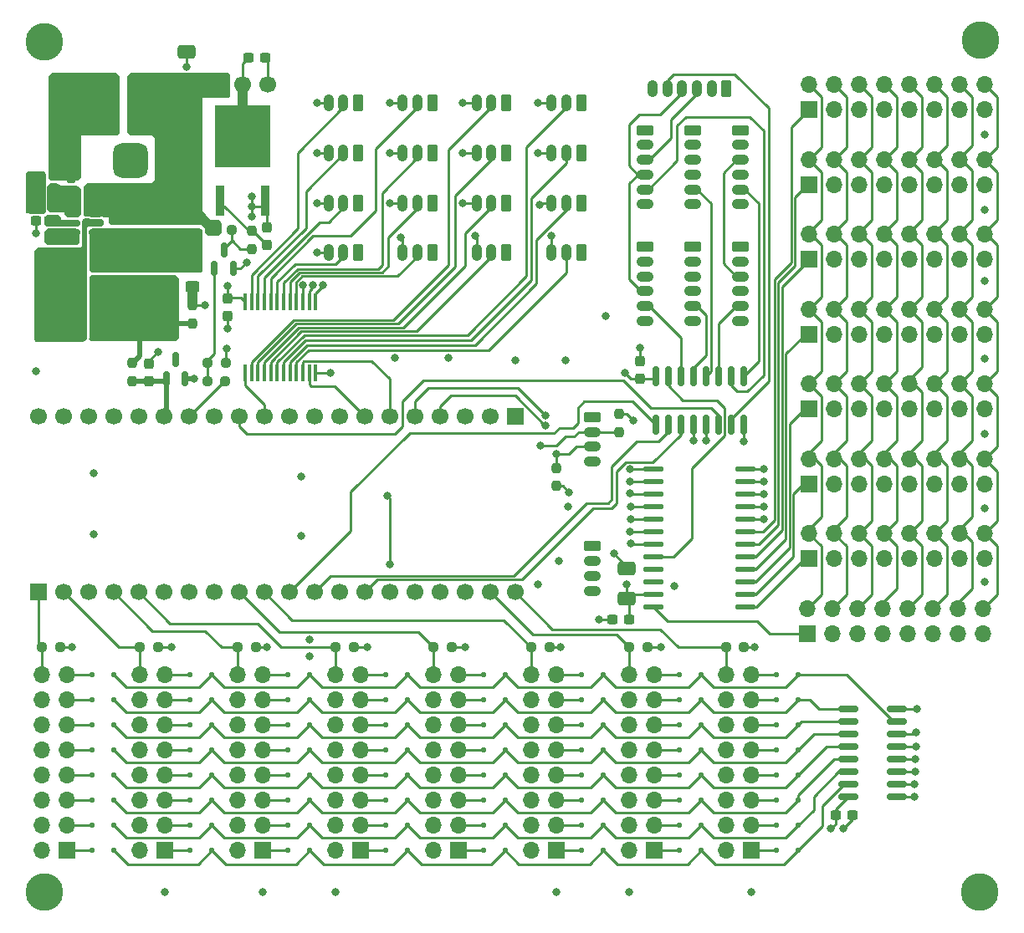
<source format=gbr>
%TF.GenerationSoftware,KiCad,Pcbnew,9.0.3*%
%TF.CreationDate,2025-07-24T06:46:12-03:00*%
%TF.ProjectId,pi_controller,70695f63-6f6e-4747-926f-6c6c65722e6b,1.0*%
%TF.SameCoordinates,Original*%
%TF.FileFunction,Copper,L1,Top*%
%TF.FilePolarity,Positive*%
%FSLAX46Y46*%
G04 Gerber Fmt 4.6, Leading zero omitted, Abs format (unit mm)*
G04 Created by KiCad (PCBNEW 9.0.3) date 2025-07-24 06:46:12*
%MOMM*%
%LPD*%
G01*
G04 APERTURE LIST*
G04 Aperture macros list*
%AMRoundRect*
0 Rectangle with rounded corners*
0 $1 Rounding radius*
0 $2 $3 $4 $5 $6 $7 $8 $9 X,Y pos of 4 corners*
0 Add a 4 corners polygon primitive as box body*
4,1,4,$2,$3,$4,$5,$6,$7,$8,$9,$2,$3,0*
0 Add four circle primitives for the rounded corners*
1,1,$1+$1,$2,$3*
1,1,$1+$1,$4,$5*
1,1,$1+$1,$6,$7*
1,1,$1+$1,$8,$9*
0 Add four rect primitives between the rounded corners*
20,1,$1+$1,$2,$3,$4,$5,0*
20,1,$1+$1,$4,$5,$6,$7,0*
20,1,$1+$1,$6,$7,$8,$9,0*
20,1,$1+$1,$8,$9,$2,$3,0*%
G04 Aperture macros list end*
%TA.AperFunction,ComponentPad*%
%ADD10R,1.700000X1.700000*%
%TD*%
%TA.AperFunction,ComponentPad*%
%ADD11C,1.700000*%
%TD*%
%TA.AperFunction,SMDPad,CuDef*%
%ADD12RoundRect,0.237500X0.250000X0.237500X-0.250000X0.237500X-0.250000X-0.237500X0.250000X-0.237500X0*%
%TD*%
%TA.AperFunction,SMDPad,CuDef*%
%ADD13RoundRect,0.250000X-0.650000X0.412500X-0.650000X-0.412500X0.650000X-0.412500X0.650000X0.412500X0*%
%TD*%
%TA.AperFunction,SMDPad,CuDef*%
%ADD14RoundRect,0.125000X0.125000X0.125000X-0.125000X0.125000X-0.125000X-0.125000X0.125000X-0.125000X0*%
%TD*%
%TA.AperFunction,ComponentPad*%
%ADD15RoundRect,0.250000X0.265000X0.615000X-0.265000X0.615000X-0.265000X-0.615000X0.265000X-0.615000X0*%
%TD*%
%TA.AperFunction,ComponentPad*%
%ADD16O,1.030000X1.730000*%
%TD*%
%TA.AperFunction,ComponentPad*%
%ADD17O,1.700000X1.700000*%
%TD*%
%TA.AperFunction,SMDPad,CuDef*%
%ADD18RoundRect,0.237500X-0.237500X0.250000X-0.237500X-0.250000X0.237500X-0.250000X0.237500X0.250000X0*%
%TD*%
%TA.AperFunction,ComponentPad*%
%ADD19C,2.600000*%
%TD*%
%TA.AperFunction,ConnectorPad*%
%ADD20C,3.800000*%
%TD*%
%TA.AperFunction,SMDPad,CuDef*%
%ADD21RoundRect,0.250000X0.650000X-0.412500X0.650000X0.412500X-0.650000X0.412500X-0.650000X-0.412500X0*%
%TD*%
%TA.AperFunction,ComponentPad*%
%ADD22RoundRect,0.250000X-0.615000X0.265000X-0.615000X-0.265000X0.615000X-0.265000X0.615000X0.265000X0*%
%TD*%
%TA.AperFunction,ComponentPad*%
%ADD23O,1.730000X1.030000*%
%TD*%
%TA.AperFunction,SMDPad,CuDef*%
%ADD24RoundRect,0.250000X-0.925000X-1.500000X0.925000X-1.500000X0.925000X1.500000X-0.925000X1.500000X0*%
%TD*%
%TA.AperFunction,SMDPad,CuDef*%
%ADD25RoundRect,0.237500X-0.237500X0.300000X-0.237500X-0.300000X0.237500X-0.300000X0.237500X0.300000X0*%
%TD*%
%TA.AperFunction,SMDPad,CuDef*%
%ADD26RoundRect,0.237500X0.237500X-0.300000X0.237500X0.300000X-0.237500X0.300000X-0.237500X-0.300000X0*%
%TD*%
%TA.AperFunction,SMDPad,CuDef*%
%ADD27RoundRect,0.150000X0.512500X0.150000X-0.512500X0.150000X-0.512500X-0.150000X0.512500X-0.150000X0*%
%TD*%
%TA.AperFunction,ComponentPad*%
%ADD28R,3.500000X3.500000*%
%TD*%
%TA.AperFunction,ComponentPad*%
%ADD29RoundRect,0.750000X-0.750000X-1.000000X0.750000X-1.000000X0.750000X1.000000X-0.750000X1.000000X0*%
%TD*%
%TA.AperFunction,ComponentPad*%
%ADD30RoundRect,0.875000X-0.875000X-0.875000X0.875000X-0.875000X0.875000X0.875000X-0.875000X0.875000X0*%
%TD*%
%TA.AperFunction,SMDPad,CuDef*%
%ADD31RoundRect,0.150000X0.150000X-0.825000X0.150000X0.825000X-0.150000X0.825000X-0.150000X-0.825000X0*%
%TD*%
%TA.AperFunction,SMDPad,CuDef*%
%ADD32RoundRect,0.237500X-0.300000X-0.237500X0.300000X-0.237500X0.300000X0.237500X-0.300000X0.237500X0*%
%TD*%
%TA.AperFunction,SMDPad,CuDef*%
%ADD33R,0.970000X3.020000*%
%TD*%
%TA.AperFunction,SMDPad,CuDef*%
%ADD34R,5.670000X6.320000*%
%TD*%
%TA.AperFunction,SMDPad,CuDef*%
%ADD35RoundRect,0.237500X0.237500X-0.250000X0.237500X0.250000X-0.237500X0.250000X-0.237500X-0.250000X0*%
%TD*%
%TA.AperFunction,SMDPad,CuDef*%
%ADD36RoundRect,0.250000X-0.450000X0.325000X-0.450000X-0.325000X0.450000X-0.325000X0.450000X0.325000X0*%
%TD*%
%TA.AperFunction,SMDPad,CuDef*%
%ADD37R,0.450000X1.750000*%
%TD*%
%TA.AperFunction,SMDPad,CuDef*%
%ADD38RoundRect,0.150000X0.150000X-0.587500X0.150000X0.587500X-0.150000X0.587500X-0.150000X-0.587500X0*%
%TD*%
%TA.AperFunction,SMDPad,CuDef*%
%ADD39RoundRect,0.137500X-0.862500X-0.137500X0.862500X-0.137500X0.862500X0.137500X-0.862500X0.137500X0*%
%TD*%
%TA.AperFunction,SMDPad,CuDef*%
%ADD40RoundRect,0.237500X-0.250000X-0.237500X0.250000X-0.237500X0.250000X0.237500X-0.250000X0.237500X0*%
%TD*%
%TA.AperFunction,SMDPad,CuDef*%
%ADD41RoundRect,0.150000X0.825000X0.150000X-0.825000X0.150000X-0.825000X-0.150000X0.825000X-0.150000X0*%
%TD*%
%TA.AperFunction,SMDPad,CuDef*%
%ADD42RoundRect,0.237500X0.300000X0.237500X-0.300000X0.237500X-0.300000X-0.237500X0.300000X-0.237500X0*%
%TD*%
%TA.AperFunction,ViaPad*%
%ADD43C,0.800000*%
%TD*%
%TA.AperFunction,Conductor*%
%ADD44C,0.250000*%
%TD*%
%TA.AperFunction,Conductor*%
%ADD45C,0.500000*%
%TD*%
%TA.AperFunction,Conductor*%
%ADD46C,1.000000*%
%TD*%
G04 APERTURE END LIST*
D10*
%TO.P,J4,1,Pin_1*%
%TO.N,/MISO*%
X139319000Y-96774000D03*
D11*
%TO.P,J4,2,Pin_2*%
%TO.N,/CS_KEY*%
X136779000Y-96774000D03*
%TO.P,J4,3,Pin_3*%
%TO.N,unconnected-(J4-Pin_3-Pad3)*%
X134239000Y-96774000D03*
%TO.P,J4,4,Pin_4*%
%TO.N,/SCLK*%
X131699000Y-96774000D03*
%TO.P,J4,5,Pin_5*%
%TO.N,/MOSI*%
X129159000Y-96774000D03*
%TO.P,J4,6,Pin_6*%
%TO.N,/ADC_MUX_A*%
X126619000Y-96774000D03*
%TO.P,J4,7,Pin_7*%
%TO.N,/ADC_MUX_B*%
X124079000Y-96774000D03*
%TO.P,J4,8,Pin_8*%
%TO.N,unconnected-(J4-Pin_8-Pad8)*%
X121539000Y-96774000D03*
%TO.P,J4,9,Pin_9*%
%TO.N,/ADC_MUX_C*%
X118999000Y-96774000D03*
%TO.P,J4,10,Pin_10*%
%TO.N,unconnected-(J4-Pin_10-Pad10)*%
X116459000Y-96774000D03*
%TO.P,J4,11,Pin_11*%
%TO.N,/ADC0*%
X113919000Y-96774000D03*
%TO.P,J4,12,Pin_12*%
%TO.N,/CS_LED*%
X111379000Y-96774000D03*
%TO.P,J4,13,Pin_13*%
%TO.N,GND*%
X108839000Y-96774000D03*
%TO.P,J4,14,Pin_14*%
%TO.N,/PWM_OUT*%
X106299000Y-96774000D03*
%TO.P,J4,15,Pin_15*%
%TO.N,VDDA*%
X103759000Y-96774000D03*
%TO.P,J4,16,Pin_16*%
%TO.N,unconnected-(J4-Pin_16-Pad16)*%
X101219000Y-96774000D03*
%TO.P,J4,17,Pin_17*%
%TO.N,unconnected-(J4-Pin_17-Pad17)*%
X98679000Y-96774000D03*
%TO.P,J4,18,Pin_18*%
%TO.N,unconnected-(J4-Pin_18-Pad18)*%
X96139000Y-96774000D03*
%TO.P,J4,19,Pin_19*%
%TO.N,unconnected-(J4-Pin_19-Pad19)*%
X93599000Y-96774000D03*
%TO.P,J4,20,Pin_20*%
%TO.N,unconnected-(J4-Pin_20-Pad20)*%
X91059000Y-96774000D03*
%TD*%
D10*
%TO.P,J3,1,Pin_1*%
%TO.N,/ROW1*%
X91059000Y-114554000D03*
D11*
%TO.P,J3,2,Pin_2*%
%TO.N,/ROW2*%
X93599000Y-114554000D03*
%TO.P,J3,3,Pin_3*%
%TO.N,unconnected-(J3-Pin_3-Pad3)*%
X96139000Y-114554000D03*
%TO.P,J3,4,Pin_4*%
%TO.N,/ROW3*%
X98679000Y-114554000D03*
%TO.P,J3,5,Pin_5*%
%TO.N,/ROW4*%
X101219000Y-114554000D03*
%TO.P,J3,6,Pin_6*%
%TO.N,/SDA*%
X103759000Y-114554000D03*
%TO.P,J3,7,Pin_7*%
%TO.N,/SCL*%
X106299000Y-114554000D03*
%TO.P,J3,8,Pin_8*%
%TO.N,unconnected-(J3-Pin_8-Pad8)*%
X108839000Y-114554000D03*
%TO.P,J3,9,Pin_9*%
%TO.N,/ROW5*%
X111379000Y-114554000D03*
%TO.P,J3,10,Pin_10*%
%TO.N,/ROW6*%
X113919000Y-114554000D03*
%TO.P,J3,11,Pin_11*%
%TO.N,/COL_MUX_A*%
X116459000Y-114554000D03*
%TO.P,J3,12,Pin_12*%
%TO.N,/COL_MUX_B*%
X118999000Y-114554000D03*
%TO.P,J3,13,Pin_13*%
%TO.N,GND*%
X121539000Y-114554000D03*
%TO.P,J3,14,Pin_14*%
%TO.N,/COL_MUX_C*%
X124079000Y-114554000D03*
%TO.P,J3,15,Pin_15*%
%TO.N,/ADC_MUX_D*%
X126619000Y-114554000D03*
%TO.P,J3,16,Pin_16*%
%TO.N,/UART0_TX*%
X129159000Y-114554000D03*
%TO.P,J3,17,Pin_17*%
%TO.N,/UART0_RX*%
X131699000Y-114554000D03*
%TO.P,J3,18,Pin_18*%
%TO.N,unconnected-(J3-Pin_18-Pad18)*%
X134239000Y-114554000D03*
%TO.P,J3,19,Pin_19*%
%TO.N,/ROW7*%
X136779000Y-114554000D03*
%TO.P,J3,20,Pin_20*%
%TO.N,/ROW8*%
X139319000Y-114554000D03*
%TD*%
D12*
%TO.P,R9,1*%
%TO.N,+3V3*%
X93265000Y-120142000D03*
%TO.P,R9,2*%
%TO.N,/ROW1*%
X91440000Y-120142000D03*
%TD*%
D13*
%TO.P,C2,1*%
%TO.N,GND*%
X103639244Y-81072946D03*
%TO.P,C2,2*%
%TO.N,+3V3*%
X103639244Y-84197946D03*
%TD*%
D14*
%TO.P,D42,1,K*%
%TO.N,/COL4*%
X148245000Y-133096000D03*
%TO.P,D42,2,A*%
%TO.N,Net-(D42-A)*%
X146045000Y-133096000D03*
%TD*%
D15*
%TO.P,AN14,1,Pin_1*%
%TO.N,VDDA*%
X130937000Y-70104000D03*
D16*
%TO.P,AN14,2,Pin_2*%
%TO.N,/AN14*%
X129437000Y-70104000D03*
%TO.P,AN14,3,Pin_3*%
%TO.N,GND*%
X127937000Y-70104000D03*
%TD*%
D14*
%TO.P,D23,1,K*%
%TO.N,/COL5*%
X128438000Y-130540210D03*
%TO.P,D23,2,A*%
%TO.N,Net-(D23-A)*%
X126238000Y-130540210D03*
%TD*%
D12*
%TO.P,R10,1*%
%TO.N,+3V3*%
X113077000Y-120142000D03*
%TO.P,R10,2*%
%TO.N,/ROW3*%
X111252000Y-120142000D03*
%TD*%
D10*
%TO.P,JR1,1,Pin_1*%
%TO.N,Net-(D58-A)*%
X93980000Y-140716000D03*
D17*
%TO.P,JR1,2,Pin_2*%
%TO.N,/ROW1*%
X91440000Y-140716000D03*
%TO.P,JR1,3,Pin_3*%
%TO.N,Net-(D12-A)*%
X93980000Y-138176000D03*
%TO.P,JR1,4,Pin_4*%
%TO.N,/ROW1*%
X91440000Y-138176000D03*
%TO.P,JR1,5,Pin_5*%
%TO.N,Net-(D2-A)*%
X93980000Y-135636000D03*
%TO.P,JR1,6,Pin_6*%
%TO.N,/ROW1*%
X91440000Y-135636000D03*
%TO.P,JR1,7,Pin_7*%
%TO.N,Net-(D11-A)*%
X93980000Y-133096000D03*
%TO.P,JR1,8,Pin_8*%
%TO.N,/ROW1*%
X91440000Y-133096000D03*
%TO.P,JR1,9,Pin_9*%
%TO.N,Net-(D9-A)*%
X93980000Y-130556000D03*
%TO.P,JR1,10,Pin_10*%
%TO.N,/ROW1*%
X91440000Y-130556000D03*
%TO.P,JR1,11,Pin_11*%
%TO.N,Net-(D7-A)*%
X93980000Y-128016000D03*
%TO.P,JR1,12,Pin_12*%
%TO.N,/ROW1*%
X91440000Y-128016000D03*
%TO.P,JR1,13,Pin_13*%
%TO.N,Net-(D5-A)*%
X93980000Y-125476000D03*
%TO.P,JR1,14,Pin_14*%
%TO.N,/ROW1*%
X91440000Y-125476000D03*
%TO.P,JR1,15,Pin_15*%
%TO.N,Net-(D3-A)*%
X93980000Y-122936000D03*
%TO.P,JR1,16,Pin_16*%
%TO.N,/ROW1*%
X91440000Y-122936000D03*
%TD*%
D14*
%TO.P,D58,1,K*%
%TO.N,/COL1*%
X98715000Y-140716000D03*
%TO.P,D58,2,A*%
%TO.N,Net-(D58-A)*%
X96515000Y-140716000D03*
%TD*%
D15*
%TO.P,AN10,1,Pin_1*%
%TO.N,VDDA*%
X123444000Y-70104000D03*
D16*
%TO.P,AN10,2,Pin_2*%
%TO.N,/AN10*%
X121944000Y-70104000D03*
%TO.P,AN10,3,Pin_3*%
%TO.N,GND*%
X120444000Y-70104000D03*
%TD*%
D14*
%TO.P,D31,1,K*%
%TO.N,/COL2*%
X128438000Y-138160210D03*
%TO.P,D31,2,A*%
%TO.N,Net-(D31-A)*%
X126238000Y-138160210D03*
%TD*%
%TO.P,D59,1,K*%
%TO.N,/COL1*%
X108626000Y-140716000D03*
%TO.P,D59,2,A*%
%TO.N,Net-(D59-A)*%
X106426000Y-140716000D03*
%TD*%
D15*
%TO.P,AN8,1,Pin_1*%
%TO.N,VDDA*%
X138430000Y-65024000D03*
D16*
%TO.P,AN8,2,Pin_2*%
%TO.N,/AN8*%
X136930000Y-65024000D03*
%TO.P,AN8,3,Pin_3*%
%TO.N,GND*%
X135430000Y-65024000D03*
%TD*%
D12*
%TO.P,R12,1*%
%TO.N,+3V3*%
X122983000Y-120126210D03*
%TO.P,R12,2*%
%TO.N,/ROW4*%
X121158000Y-120126210D03*
%TD*%
D18*
%TO.P,R4,1*%
%TO.N,Net-(D1-A)*%
X106680000Y-85515500D03*
%TO.P,R4,2*%
%TO.N,+3V3*%
X106680000Y-87340500D03*
%TD*%
D15*
%TO.P,AN9,1,Pin_1*%
%TO.N,VDDA*%
X123444000Y-65024000D03*
D16*
%TO.P,AN9,2,Pin_2*%
%TO.N,/AN9*%
X121944000Y-65024000D03*
%TO.P,AN9,3,Pin_3*%
%TO.N,GND*%
X120444000Y-65024000D03*
%TD*%
D15*
%TO.P,AN5,1,Pin_1*%
%TO.N,VDDA*%
X138430000Y-80137000D03*
D16*
%TO.P,AN5,2,Pin_2*%
%TO.N,/AN5*%
X136930000Y-80137000D03*
%TO.P,AN5,3,Pin_3*%
%TO.N,GND*%
X135430000Y-80137000D03*
%TD*%
D10*
%TO.P,JR6,1,Pin_1*%
%TO.N,Net-(D64-A)*%
X143510000Y-140716000D03*
D17*
%TO.P,JR6,2,Pin_2*%
%TO.N,/ROW6*%
X140970000Y-140716000D03*
%TO.P,JR6,3,Pin_3*%
%TO.N,Net-(D40-A)*%
X143510000Y-138176000D03*
%TO.P,JR6,4,Pin_4*%
%TO.N,/ROW6*%
X140970000Y-138176000D03*
%TO.P,JR6,5,Pin_5*%
%TO.N,Net-(D41-A)*%
X143510000Y-135636000D03*
%TO.P,JR6,6,Pin_6*%
%TO.N,/ROW6*%
X140970000Y-135636000D03*
%TO.P,JR6,7,Pin_7*%
%TO.N,Net-(D42-A)*%
X143510000Y-133096000D03*
%TO.P,JR6,8,Pin_8*%
%TO.N,/ROW6*%
X140970000Y-133096000D03*
%TO.P,JR6,9,Pin_9*%
%TO.N,Net-(D43-A)*%
X143510000Y-130556000D03*
%TO.P,JR6,10,Pin_10*%
%TO.N,/ROW6*%
X140970000Y-130556000D03*
%TO.P,JR6,11,Pin_11*%
%TO.N,Net-(D44-A)*%
X143510000Y-128016000D03*
%TO.P,JR6,12,Pin_12*%
%TO.N,/ROW6*%
X140970000Y-128016000D03*
%TO.P,JR6,13,Pin_13*%
%TO.N,Net-(D45-A)*%
X143510000Y-125476000D03*
%TO.P,JR6,14,Pin_14*%
%TO.N,/ROW6*%
X140970000Y-125476000D03*
%TO.P,JR6,15,Pin_15*%
%TO.N,Net-(D46-A)*%
X143510000Y-122936000D03*
%TO.P,JR6,16,Pin_16*%
%TO.N,/ROW6*%
X140970000Y-122936000D03*
%TD*%
D10*
%TO.P,JR3,1,Pin_1*%
%TO.N,Net-(D60-A)*%
X113792000Y-140716000D03*
D17*
%TO.P,JR3,2,Pin_2*%
%TO.N,/ROW3*%
X111252000Y-140716000D03*
%TO.P,JR3,3,Pin_3*%
%TO.N,Net-(D36-A)*%
X113792000Y-138176000D03*
%TO.P,JR3,4,Pin_4*%
%TO.N,/ROW3*%
X111252000Y-138176000D03*
%TO.P,JR3,5,Pin_5*%
%TO.N,Net-(D33-A)*%
X113792000Y-135636000D03*
%TO.P,JR3,6,Pin_6*%
%TO.N,/ROW3*%
X111252000Y-135636000D03*
%TO.P,JR3,7,Pin_7*%
%TO.N,Net-(D32-A)*%
X113792000Y-133096000D03*
%TO.P,JR3,8,Pin_8*%
%TO.N,/ROW3*%
X111252000Y-133096000D03*
%TO.P,JR3,9,Pin_9*%
%TO.N,Net-(D34-A)*%
X113792000Y-130556000D03*
%TO.P,JR3,10,Pin_10*%
%TO.N,/ROW3*%
X111252000Y-130556000D03*
%TO.P,JR3,11,Pin_11*%
%TO.N,Net-(D26-A)*%
X113792000Y-128016000D03*
%TO.P,JR3,12,Pin_12*%
%TO.N,/ROW3*%
X111252000Y-128016000D03*
%TO.P,JR3,13,Pin_13*%
%TO.N,Net-(D29-A)*%
X113792000Y-125476000D03*
%TO.P,JR3,14,Pin_14*%
%TO.N,/ROW3*%
X111252000Y-125476000D03*
%TO.P,JR3,15,Pin_15*%
%TO.N,Net-(D35-A)*%
X113792000Y-122936000D03*
%TO.P,JR3,16,Pin_16*%
%TO.N,/ROW3*%
X111252000Y-122936000D03*
%TD*%
D12*
%TO.P,R5,1*%
%TO.N,GND*%
X110029000Y-91313000D03*
%TO.P,R5,2*%
%TO.N,Net-(Q2-B)*%
X108204000Y-91313000D03*
%TD*%
D15*
%TO.P,AN1,1,Pin_1*%
%TO.N,VDDA*%
X146026000Y-80137000D03*
D16*
%TO.P,AN1,2,Pin_2*%
%TO.N,/AN1*%
X144526000Y-80137000D03*
%TO.P,AN1,3,Pin_3*%
%TO.N,GND*%
X143026000Y-80137000D03*
%TD*%
D14*
%TO.P,D10,1,K*%
%TO.N,/COL4*%
X108626000Y-133096000D03*
%TO.P,D10,2,A*%
%TO.N,Net-(D10-A)*%
X106426000Y-133096000D03*
%TD*%
D15*
%TO.P,AN13,1,Pin_1*%
%TO.N,VDDA*%
X123444000Y-80137000D03*
D16*
%TO.P,AN13,2,Pin_2*%
%TO.N,/AN13*%
X121944000Y-80137000D03*
%TO.P,AN13,3,Pin_3*%
%TO.N,GND*%
X120444000Y-80137000D03*
%TD*%
D14*
%TO.P,D35,1,K*%
%TO.N,/COL8*%
X118527000Y-122936000D03*
%TO.P,D35,2,A*%
%TO.N,Net-(D35-A)*%
X116327000Y-122936000D03*
%TD*%
%TO.P,D3,1,K*%
%TO.N,/COL8*%
X98715000Y-122936000D03*
%TO.P,D3,2,A*%
%TO.N,Net-(D3-A)*%
X96515000Y-122936000D03*
%TD*%
D19*
%TO.P,H4,1,1*%
%TO.N,GND*%
X186309000Y-144907000D03*
D20*
X186309000Y-144907000D03*
%TD*%
D15*
%TO.P,AN11,1,Pin_1*%
%TO.N,VDDA*%
X123444000Y-75184000D03*
D16*
%TO.P,AN11,2,Pin_2*%
%TO.N,/AN11*%
X121944000Y-75184000D03*
%TO.P,AN11,3,Pin_3*%
%TO.N,GND*%
X120444000Y-75184000D03*
%TD*%
D14*
%TO.P,D52,1,K*%
%TO.N,/COL7*%
X167968000Y-125476000D03*
%TO.P,D52,2,A*%
%TO.N,Net-(D52-A)*%
X165768000Y-125476000D03*
%TD*%
D15*
%TO.P,JSPI7,1,Pin_1*%
%TO.N,+3V3*%
X160722000Y-63569000D03*
D16*
%TO.P,JSPI7,2,Pin_2*%
%TO.N,/MOSI*%
X159222000Y-63569000D03*
%TO.P,JSPI7,3,Pin_3*%
%TO.N,/MISO*%
X157722000Y-63569000D03*
%TO.P,JSPI7,4,Pin_4*%
%TO.N,/SCLK*%
X156222000Y-63569000D03*
%TO.P,JSPI7,5,Pin_5*%
%TO.N,/CS8*%
X154722000Y-63569000D03*
%TO.P,JSPI7,6,Pin_6*%
%TO.N,GND*%
X153222000Y-63569000D03*
%TD*%
D12*
%TO.P,R2,1*%
%TO.N,Net-(U1-FB)*%
X92710000Y-75311000D03*
%TO.P,R2,2*%
%TO.N,+3V3*%
X90885000Y-75311000D03*
%TD*%
D14*
%TO.P,D13,1,K*%
%TO.N,/COL2*%
X108626000Y-138176000D03*
%TO.P,D13,2,A*%
%TO.N,Net-(D13-A)*%
X106426000Y-138176000D03*
%TD*%
%TO.P,D41,1,K*%
%TO.N,/COL3*%
X148245000Y-135636000D03*
%TO.P,D41,2,A*%
%TO.N,Net-(D41-A)*%
X146045000Y-135636000D03*
%TD*%
D21*
%TO.P,C4,1*%
%TO.N,GND*%
X99187000Y-78803123D03*
%TO.P,C4,2*%
%TO.N,+9V*%
X99187000Y-75678123D03*
%TD*%
D14*
%TO.P,D22,1,K*%
%TO.N,/COL5*%
X138334000Y-130556000D03*
%TO.P,D22,2,A*%
%TO.N,Net-(D22-A)*%
X136134000Y-130556000D03*
%TD*%
D22*
%TO.P,JSPI2,1,Pin_1*%
%TO.N,+3V3*%
X157295000Y-79562000D03*
D23*
%TO.P,JSPI2,2,Pin_2*%
%TO.N,/MOSI*%
X157295000Y-81062000D03*
%TO.P,JSPI2,3,Pin_3*%
%TO.N,/MISO*%
X157295000Y-82562000D03*
%TO.P,JSPI2,4,Pin_4*%
%TO.N,/SCLK*%
X157295000Y-84062000D03*
%TO.P,JSPI2,5,Pin_5*%
%TO.N,/CS3*%
X157295000Y-85562000D03*
%TO.P,JSPI2,6,Pin_6*%
%TO.N,GND*%
X157295000Y-87062000D03*
%TD*%
D24*
%TO.P,L1,1,1*%
%TO.N,Net-(U1-SW)*%
X92352000Y-85471000D03*
%TO.P,L1,2,2*%
%TO.N,+3V3*%
X98402000Y-85471000D03*
%TD*%
D15*
%TO.P,AN3,1,Pin_1*%
%TO.N,VDDA*%
X146026000Y-70104000D03*
D16*
%TO.P,AN3,2,Pin_2*%
%TO.N,/AN3*%
X144526000Y-70104000D03*
%TO.P,AN3,3,Pin_3*%
%TO.N,GND*%
X143026000Y-70104000D03*
%TD*%
D15*
%TO.P,AN12,1,Pin_1*%
%TO.N,VDDA*%
X130937000Y-65024000D03*
D16*
%TO.P,AN12,2,Pin_2*%
%TO.N,/AN12*%
X129437000Y-65024000D03*
%TO.P,AN12,3,Pin_3*%
%TO.N,GND*%
X127937000Y-65024000D03*
%TD*%
D14*
%TO.P,D32,1,K*%
%TO.N,/COL4*%
X118532000Y-133096000D03*
%TO.P,D32,2,A*%
%TO.N,Net-(D32-A)*%
X116332000Y-133096000D03*
%TD*%
%TO.P,D26,1,K*%
%TO.N,/COL6*%
X118532000Y-128016000D03*
%TO.P,D26,2,A*%
%TO.N,Net-(D26-A)*%
X116332000Y-128016000D03*
%TD*%
%TO.P,D40,1,K*%
%TO.N,/COL2*%
X148245000Y-138176000D03*
%TO.P,D40,2,A*%
%TO.N,Net-(D40-A)*%
X146045000Y-138176000D03*
%TD*%
D12*
%TO.P,R3,1*%
%TO.N,Net-(Q2-C)*%
X110640500Y-77851000D03*
%TO.P,R3,2*%
%TO.N,+9V*%
X108815500Y-77851000D03*
%TD*%
D13*
%TO.P,C3,1*%
%TO.N,GND*%
X101092000Y-81076000D03*
%TO.P,C3,2*%
%TO.N,+3V3*%
X101092000Y-84201000D03*
%TD*%
D14*
%TO.P,D2,1,K*%
%TO.N,/COL3*%
X98715000Y-135636000D03*
%TO.P,D2,2,A*%
%TO.N,Net-(D2-A)*%
X96515000Y-135636000D03*
%TD*%
%TO.P,D16,1,K*%
%TO.N,/COL8*%
X128438000Y-122920210D03*
%TO.P,D16,2,A*%
%TO.N,Net-(D16-A)*%
X126238000Y-122920210D03*
%TD*%
D25*
%TO.P,C1,1*%
%TO.N,+3V3*%
X110236000Y-84837100D03*
%TO.P,C1,2*%
%TO.N,GND*%
X110236000Y-86562100D03*
%TD*%
D18*
%TO.P,R1,1*%
%TO.N,GND*%
X94424338Y-72627127D03*
%TO.P,R1,2*%
%TO.N,Net-(U1-FB)*%
X94424338Y-74452127D03*
%TD*%
D14*
%TO.P,D60,1,K*%
%TO.N,/COL1*%
X118532000Y-140716000D03*
%TO.P,D60,2,A*%
%TO.N,Net-(D60-A)*%
X116332000Y-140716000D03*
%TD*%
D15*
%TO.P,AN2,1,Pin_1*%
%TO.N,VDDA*%
X146026000Y-75184000D03*
D16*
%TO.P,AN2,2,Pin_2*%
%TO.N,/AN2*%
X144526000Y-75184000D03*
%TO.P,AN2,3,Pin_3*%
%TO.N,GND*%
X143026000Y-75184000D03*
%TD*%
D14*
%TO.P,D65,1,K*%
%TO.N,/COL1*%
X167968000Y-140716000D03*
%TO.P,D65,2,A*%
%TO.N,Net-(D65-A)*%
X165768000Y-140716000D03*
%TD*%
D12*
%TO.P,R11,1*%
%TO.N,+3V3*%
X103171000Y-120142000D03*
%TO.P,R11,2*%
%TO.N,/ROW2*%
X101346000Y-120142000D03*
%TD*%
D14*
%TO.P,D46,1,K*%
%TO.N,/COL8*%
X148245163Y-122936000D03*
%TO.P,D46,2,A*%
%TO.N,Net-(D46-A)*%
X146045163Y-122936000D03*
%TD*%
%TO.P,D44,1,K*%
%TO.N,/COL6*%
X148245000Y-128016000D03*
%TO.P,D44,2,A*%
%TO.N,Net-(D44-A)*%
X146045000Y-128016000D03*
%TD*%
D26*
%TO.P,C8,1*%
%TO.N,VDDA*%
X102260400Y-93166100D03*
%TO.P,C8,2*%
%TO.N,GND*%
X102260400Y-91441100D03*
%TD*%
D22*
%TO.P,JSPI4,1,Pin_1*%
%TO.N,+3V3*%
X152469000Y-67751000D03*
D23*
%TO.P,JSPI4,2,Pin_2*%
%TO.N,/MOSI*%
X152469000Y-69251000D03*
%TO.P,JSPI4,3,Pin_3*%
%TO.N,/MISO*%
X152469000Y-70751000D03*
%TO.P,JSPI4,4,Pin_4*%
%TO.N,/SCLK*%
X152469000Y-72251000D03*
%TO.P,JSPI4,5,Pin_5*%
%TO.N,/CS6*%
X152469000Y-73751000D03*
%TO.P,JSPI4,6,Pin_6*%
%TO.N,GND*%
X152469000Y-75251000D03*
%TD*%
D10*
%TO.P,J28,1,Pin_1*%
%TO.N,/SEG11*%
X169037000Y-73242714D03*
D17*
%TO.P,J28,2,Pin_2*%
%TO.N,/GRID8*%
X169037000Y-70702714D03*
%TO.P,J28,3,Pin_3*%
%TO.N,/SEG11*%
X171577000Y-73242714D03*
%TO.P,J28,4,Pin_4*%
%TO.N,/GRID7*%
X171577000Y-70702714D03*
%TO.P,J28,5,Pin_5*%
%TO.N,/SEG11*%
X174117000Y-73242714D03*
%TO.P,J28,6,Pin_6*%
%TO.N,/GRID6*%
X174117000Y-70702714D03*
%TO.P,J28,7,Pin_7*%
%TO.N,/SEG11*%
X176657000Y-73242714D03*
%TO.P,J28,8,Pin_8*%
%TO.N,/GRID5*%
X176657000Y-70702714D03*
%TO.P,J28,9,Pin_9*%
%TO.N,/SEG11*%
X179197000Y-73242714D03*
%TO.P,J28,10,Pin_10*%
%TO.N,/GRID4*%
X179197000Y-70702714D03*
%TO.P,J28,11,Pin_11*%
%TO.N,/SEG11*%
X181737000Y-73242714D03*
%TO.P,J28,12,Pin_12*%
%TO.N,/GRID3*%
X181737000Y-70702714D03*
%TO.P,J28,13,Pin_13*%
%TO.N,/SEG11*%
X184277000Y-73242714D03*
%TO.P,J28,14,Pin_14*%
%TO.N,/GRID2*%
X184277000Y-70702714D03*
%TO.P,J28,15,Pin_15*%
%TO.N,/SEG11*%
X186817000Y-73242714D03*
%TO.P,J28,16,Pin_16*%
%TO.N,/GRID1*%
X186817000Y-70702714D03*
%TD*%
D14*
%TO.P,D17,1,K*%
%TO.N,/COL7*%
X138334000Y-125476000D03*
%TO.P,D17,2,A*%
%TO.N,Net-(D17-A)*%
X136134000Y-125476000D03*
%TD*%
D15*
%TO.P,AN7,1,Pin_1*%
%TO.N,VDDA*%
X138430000Y-70104000D03*
D16*
%TO.P,AN7,2,Pin_2*%
%TO.N,/AN7*%
X136930000Y-70104000D03*
%TO.P,AN7,3,Pin_3*%
%TO.N,GND*%
X135430000Y-70104000D03*
%TD*%
D10*
%TO.P,JR4,1,Pin_1*%
%TO.N,Net-(D62-A)*%
X123698000Y-140700210D03*
D17*
%TO.P,JR4,2,Pin_2*%
%TO.N,/ROW4*%
X121158000Y-140700210D03*
%TO.P,JR4,3,Pin_3*%
%TO.N,Net-(D31-A)*%
X123698000Y-138160210D03*
%TO.P,JR4,4,Pin_4*%
%TO.N,/ROW4*%
X121158000Y-138160210D03*
%TO.P,JR4,5,Pin_5*%
%TO.N,Net-(D28-A)*%
X123698000Y-135620210D03*
%TO.P,JR4,6,Pin_6*%
%TO.N,/ROW4*%
X121158000Y-135620210D03*
%TO.P,JR4,7,Pin_7*%
%TO.N,Net-(D25-A)*%
X123698000Y-133080210D03*
%TO.P,JR4,8,Pin_8*%
%TO.N,/ROW4*%
X121158000Y-133080210D03*
%TO.P,JR4,9,Pin_9*%
%TO.N,Net-(D23-A)*%
X123698000Y-130540210D03*
%TO.P,JR4,10,Pin_10*%
%TO.N,/ROW4*%
X121158000Y-130540210D03*
%TO.P,JR4,11,Pin_11*%
%TO.N,Net-(D21-A)*%
X123698000Y-128000210D03*
%TO.P,JR4,12,Pin_12*%
%TO.N,/ROW4*%
X121158000Y-128000210D03*
%TO.P,JR4,13,Pin_13*%
%TO.N,Net-(D18-A)*%
X123698000Y-125460210D03*
%TO.P,JR4,14,Pin_14*%
%TO.N,/ROW4*%
X121158000Y-125460210D03*
%TO.P,JR4,15,Pin_15*%
%TO.N,Net-(D16-A)*%
X123698000Y-122920210D03*
%TO.P,JR4,16,Pin_16*%
%TO.N,/ROW4*%
X121158000Y-122920210D03*
%TD*%
D18*
%TO.P,R7,1*%
%TO.N,/SCL*%
X143510000Y-101957500D03*
%TO.P,R7,2*%
%TO.N,+3V3*%
X143510000Y-103782500D03*
%TD*%
D19*
%TO.P,H2,1,1*%
%TO.N,GND*%
X186436000Y-58674000D03*
D20*
X186436000Y-58674000D03*
%TD*%
D14*
%TO.P,D34,1,K*%
%TO.N,/COL5*%
X118532000Y-130556000D03*
%TO.P,D34,2,A*%
%TO.N,Net-(D34-A)*%
X116332000Y-130556000D03*
%TD*%
D21*
%TO.P,C15,1*%
%TO.N,+9V*%
X106045000Y-62903500D03*
%TO.P,C15,2*%
%TO.N,GND*%
X106045000Y-59778500D03*
%TD*%
D27*
%TO.P,U1,1,GND*%
%TO.N,GND*%
X96890000Y-78122011D03*
%TO.P,U1,2,SW*%
%TO.N,Net-(U1-SW)*%
X96890000Y-77172011D03*
%TO.P,U1,3,IN*%
%TO.N,+9V*%
X96890000Y-76222011D03*
%TO.P,U1,4,FB*%
%TO.N,Net-(U1-FB)*%
X94615000Y-76222011D03*
%TO.P,U1,5,EN*%
%TO.N,Net-(U1-EN)*%
X94615000Y-77172011D03*
%TO.P,U1,6,BST*%
%TO.N,Net-(U1-BST)*%
X94615000Y-78122011D03*
%TD*%
D28*
%TO.P,J2,1*%
%TO.N,+9V*%
X103409000Y-66098500D03*
D29*
%TO.P,J2,2*%
%TO.N,GND*%
X97409000Y-66098500D03*
D30*
%TO.P,J2,3*%
%TO.N,unconnected-(J2-Pad3)*%
X100409000Y-70798500D03*
%TD*%
D31*
%TO.P,U5,1,A0*%
%TO.N,/COL_MUX_A*%
X153543000Y-97598000D03*
%TO.P,U5,2,A1*%
%TO.N,/COL_MUX_B*%
X154813000Y-97598000D03*
%TO.P,U5,3,A2*%
%TO.N,/COL_MUX_C*%
X156083000Y-97598000D03*
%TO.P,U5,4,~{E0}*%
%TO.N,GND*%
X157353000Y-97598000D03*
%TO.P,U5,5,~{E1}*%
X158623000Y-97598000D03*
%TO.P,U5,6,E2*%
%TO.N,/CS_LED*%
X159893000Y-97598000D03*
%TO.P,U5,7,~{Y7}*%
%TO.N,/CS8*%
X161163000Y-97598000D03*
%TO.P,U5,8,GND*%
%TO.N,GND*%
X162433000Y-97598000D03*
%TO.P,U5,9,~{Y6}*%
%TO.N,/CS7*%
X162433000Y-92648000D03*
%TO.P,U5,10,~{Y5}*%
%TO.N,/CS6*%
X161163000Y-92648000D03*
%TO.P,U5,11,~{Y4}*%
%TO.N,/CS5*%
X159893000Y-92648000D03*
%TO.P,U5,12,~{Y3}*%
%TO.N,/CS4*%
X158623000Y-92648000D03*
%TO.P,U5,13,~{Y2}*%
%TO.N,/CS3*%
X157353000Y-92648000D03*
%TO.P,U5,14,~{Y1}*%
%TO.N,/CS2*%
X156083000Y-92648000D03*
%TO.P,U5,15,~{Y0}*%
%TO.N,/CS1*%
X154813000Y-92648000D03*
%TO.P,U5,16,VCC*%
%TO.N,+3V3*%
X153543000Y-92648000D03*
%TD*%
D26*
%TO.P,C14,1*%
%TO.N,Net-(C14-Pad1)*%
X114173000Y-79348500D03*
%TO.P,C14,2*%
%TO.N,GND*%
X114173000Y-77623500D03*
%TD*%
D14*
%TO.P,D6,1,K*%
%TO.N,/COL6*%
X108626000Y-128016000D03*
%TO.P,D6,2,A*%
%TO.N,Net-(D6-A)*%
X106426000Y-128016000D03*
%TD*%
D10*
%TO.P,J27,1,Pin_1*%
%TO.N,/SEG9*%
X169037000Y-88410142D03*
D17*
%TO.P,J27,2,Pin_2*%
%TO.N,/GRID8*%
X169037000Y-85870142D03*
%TO.P,J27,3,Pin_3*%
%TO.N,/SEG9*%
X171577000Y-88410142D03*
%TO.P,J27,4,Pin_4*%
%TO.N,/GRID7*%
X171577000Y-85870142D03*
%TO.P,J27,5,Pin_5*%
%TO.N,/SEG9*%
X174117000Y-88410142D03*
%TO.P,J27,6,Pin_6*%
%TO.N,/GRID6*%
X174117000Y-85870142D03*
%TO.P,J27,7,Pin_7*%
%TO.N,/SEG9*%
X176657000Y-88410142D03*
%TO.P,J27,8,Pin_8*%
%TO.N,/GRID5*%
X176657000Y-85870142D03*
%TO.P,J27,9,Pin_9*%
%TO.N,/SEG9*%
X179197000Y-88410142D03*
%TO.P,J27,10,Pin_10*%
%TO.N,/GRID4*%
X179197000Y-85870142D03*
%TO.P,J27,11,Pin_11*%
%TO.N,/SEG9*%
X181737000Y-88410142D03*
%TO.P,J27,12,Pin_12*%
%TO.N,/GRID3*%
X181737000Y-85870142D03*
%TO.P,J27,13,Pin_13*%
%TO.N,/SEG9*%
X184277000Y-88410142D03*
%TO.P,J27,14,Pin_14*%
%TO.N,/GRID2*%
X184277000Y-85870142D03*
%TO.P,J27,15,Pin_15*%
%TO.N,/SEG9*%
X186817000Y-88410142D03*
%TO.P,J27,16,Pin_16*%
%TO.N,/GRID1*%
X186817000Y-85870142D03*
%TD*%
D14*
%TO.P,D19,1,K*%
%TO.N,/COL8*%
X138334000Y-122936000D03*
%TO.P,D19,2,A*%
%TO.N,Net-(D19-A)*%
X136134000Y-122936000D03*
%TD*%
%TO.P,D48,1,K*%
%TO.N,/COL2*%
X158151000Y-138176000D03*
%TO.P,D48,2,A*%
%TO.N,Net-(D48-A)*%
X155951000Y-138176000D03*
%TD*%
%TO.P,D21,1,K*%
%TO.N,/COL6*%
X128438000Y-128000210D03*
%TO.P,D21,2,A*%
%TO.N,Net-(D21-A)*%
X126238000Y-128000210D03*
%TD*%
D32*
%TO.P,C12,1*%
%TO.N,+3V3*%
X171755900Y-137109200D03*
%TO.P,C12,2*%
%TO.N,GND*%
X173480900Y-137109200D03*
%TD*%
D14*
%TO.P,D8,1,K*%
%TO.N,/COL5*%
X108626000Y-130556000D03*
%TO.P,D8,2,A*%
%TO.N,Net-(D8-A)*%
X106426000Y-130556000D03*
%TD*%
D18*
%TO.P,R6,1*%
%TO.N,+3V3*%
X100584000Y-91340300D03*
%TO.P,R6,2*%
%TO.N,VDDA*%
X100584000Y-93165300D03*
%TD*%
D10*
%TO.P,J29,1,Pin_1*%
%TO.N,/SEG12*%
X169037000Y-65659000D03*
D17*
%TO.P,J29,2,Pin_2*%
%TO.N,/GRID8*%
X169037000Y-63119000D03*
%TO.P,J29,3,Pin_3*%
%TO.N,/SEG12*%
X171577000Y-65659000D03*
%TO.P,J29,4,Pin_4*%
%TO.N,/GRID7*%
X171577000Y-63119000D03*
%TO.P,J29,5,Pin_5*%
%TO.N,/SEG12*%
X174117000Y-65659000D03*
%TO.P,J29,6,Pin_6*%
%TO.N,/GRID6*%
X174117000Y-63119000D03*
%TO.P,J29,7,Pin_7*%
%TO.N,/SEG12*%
X176657000Y-65659000D03*
%TO.P,J29,8,Pin_8*%
%TO.N,/GRID5*%
X176657000Y-63119000D03*
%TO.P,J29,9,Pin_9*%
%TO.N,/SEG12*%
X179197000Y-65659000D03*
%TO.P,J29,10,Pin_10*%
%TO.N,/GRID4*%
X179197000Y-63119000D03*
%TO.P,J29,11,Pin_11*%
%TO.N,/SEG12*%
X181737000Y-65659000D03*
%TO.P,J29,12,Pin_12*%
%TO.N,/GRID3*%
X181737000Y-63119000D03*
%TO.P,J29,13,Pin_13*%
%TO.N,/SEG12*%
X184277000Y-65659000D03*
%TO.P,J29,14,Pin_14*%
%TO.N,/GRID2*%
X184277000Y-63119000D03*
%TO.P,J29,15,Pin_15*%
%TO.N,/SEG12*%
X186817000Y-65659000D03*
%TO.P,J29,16,Pin_16*%
%TO.N,/GRID1*%
X186817000Y-63119000D03*
%TD*%
D22*
%TO.P,J30,1,Pin_1*%
%TO.N,+3V3*%
X147135000Y-96810000D03*
D23*
%TO.P,J30,2,Pin_2*%
%TO.N,/SDA*%
X147135000Y-98310000D03*
%TO.P,J30,3,Pin_3*%
%TO.N,/SCL*%
X147135000Y-99810000D03*
%TO.P,J30,4,Pin_4*%
%TO.N,GND*%
X147135000Y-101310000D03*
%TD*%
D14*
%TO.P,D12,1,K*%
%TO.N,/COL2*%
X98715000Y-138176000D03*
%TO.P,D12,2,A*%
%TO.N,Net-(D12-A)*%
X96515000Y-138176000D03*
%TD*%
%TO.P,D28,1,K*%
%TO.N,/COL3*%
X128438000Y-135620210D03*
%TO.P,D28,2,A*%
%TO.N,Net-(D28-A)*%
X126238000Y-135620210D03*
%TD*%
%TO.P,D24,1,K*%
%TO.N,/COL4*%
X138334000Y-133096000D03*
%TO.P,D24,2,A*%
%TO.N,Net-(D24-A)*%
X136134000Y-133096000D03*
%TD*%
%TO.P,D11,1,K*%
%TO.N,/COL4*%
X98715000Y-133096000D03*
%TO.P,D11,2,A*%
%TO.N,Net-(D11-A)*%
X96515000Y-133096000D03*
%TD*%
%TO.P,D18,1,K*%
%TO.N,/COL7*%
X128438000Y-125460210D03*
%TO.P,D18,2,A*%
%TO.N,Net-(D18-A)*%
X126238000Y-125460210D03*
%TD*%
%TO.P,D15,1,K*%
%TO.N,/COL7*%
X108626000Y-125476000D03*
%TO.P,D15,2,A*%
%TO.N,Net-(D15-A)*%
X106426000Y-125476000D03*
%TD*%
D10*
%TO.P,J35,1,Pin_1*%
%TO.N,/SEG4*%
X169037000Y-95993856D03*
D17*
%TO.P,J35,2,Pin_2*%
%TO.N,/GRID8*%
X169037000Y-93453856D03*
%TO.P,J35,3,Pin_3*%
%TO.N,/SEG4*%
X171577000Y-95993856D03*
%TO.P,J35,4,Pin_4*%
%TO.N,/GRID7*%
X171577000Y-93453856D03*
%TO.P,J35,5,Pin_5*%
%TO.N,/SEG4*%
X174117000Y-95993856D03*
%TO.P,J35,6,Pin_6*%
%TO.N,/GRID6*%
X174117000Y-93453856D03*
%TO.P,J35,7,Pin_7*%
%TO.N,/SEG4*%
X176657000Y-95993856D03*
%TO.P,J35,8,Pin_8*%
%TO.N,/GRID5*%
X176657000Y-93453856D03*
%TO.P,J35,9,Pin_9*%
%TO.N,/SEG4*%
X179197000Y-95993856D03*
%TO.P,J35,10,Pin_10*%
%TO.N,/GRID4*%
X179197000Y-93453856D03*
%TO.P,J35,11,Pin_11*%
%TO.N,/SEG4*%
X181737000Y-95993856D03*
%TO.P,J35,12,Pin_12*%
%TO.N,/GRID3*%
X181737000Y-93453856D03*
%TO.P,J35,13,Pin_13*%
%TO.N,/SEG4*%
X184277000Y-95993856D03*
%TO.P,J35,14,Pin_14*%
%TO.N,/GRID2*%
X184277000Y-93453856D03*
%TO.P,J35,15,Pin_15*%
%TO.N,/SEG4*%
X186817000Y-95993856D03*
%TO.P,J35,16,Pin_16*%
%TO.N,/GRID1*%
X186817000Y-93453856D03*
%TD*%
D10*
%TO.P,J33,1,Pin_1*%
%TO.N,/SEG1*%
X168910000Y-118745000D03*
D17*
%TO.P,J33,2,Pin_2*%
%TO.N,/GRID8*%
X168910000Y-116205000D03*
%TO.P,J33,3,Pin_3*%
%TO.N,/SEG1*%
X171450000Y-118745000D03*
%TO.P,J33,4,Pin_4*%
%TO.N,/GRID7*%
X171450000Y-116205000D03*
%TO.P,J33,5,Pin_5*%
%TO.N,/SEG1*%
X173990000Y-118745000D03*
%TO.P,J33,6,Pin_6*%
%TO.N,/GRID6*%
X173990000Y-116205000D03*
%TO.P,J33,7,Pin_7*%
%TO.N,/SEG1*%
X176530000Y-118745000D03*
%TO.P,J33,8,Pin_8*%
%TO.N,/GRID5*%
X176530000Y-116205000D03*
%TO.P,J33,9,Pin_9*%
%TO.N,/SEG1*%
X179070000Y-118745000D03*
%TO.P,J33,10,Pin_10*%
%TO.N,/GRID4*%
X179070000Y-116205000D03*
%TO.P,J33,11,Pin_11*%
%TO.N,/SEG1*%
X181610000Y-118745000D03*
%TO.P,J33,12,Pin_12*%
%TO.N,/GRID3*%
X181610000Y-116205000D03*
%TO.P,J33,13,Pin_13*%
%TO.N,/SEG1*%
X184150000Y-118745000D03*
%TO.P,J33,14,Pin_14*%
%TO.N,/GRID2*%
X184150000Y-116205000D03*
%TO.P,J33,15,Pin_15*%
%TO.N,/SEG1*%
X186690000Y-118745000D03*
%TO.P,J33,16,Pin_16*%
%TO.N,/GRID1*%
X186690000Y-116205000D03*
%TD*%
D19*
%TO.P,H3,1,1*%
%TO.N,GND*%
X91694000Y-144907000D03*
D20*
X91694000Y-144907000D03*
%TD*%
D33*
%TO.P,Q1,1*%
%TO.N,Net-(C14-Pad1)*%
X109474000Y-74917000D03*
%TO.P,Q1,3*%
%TO.N,GND*%
X114046000Y-74917000D03*
D34*
%TO.P,Q1,4*%
%TO.N,Net-(J1-Pin_2)*%
X111760000Y-68387000D03*
%TD*%
D15*
%TO.P,AN16,1,Pin_1*%
%TO.N,VDDA*%
X130937000Y-80137000D03*
D16*
%TO.P,AN16,2,Pin_2*%
%TO.N,/AN16*%
X129437000Y-80137000D03*
%TO.P,AN16,3,Pin_3*%
%TO.N,GND*%
X127937000Y-80137000D03*
%TD*%
D21*
%TO.P,C10,1*%
%TO.N,+3V3*%
X150622000Y-115227500D03*
%TO.P,C10,2*%
%TO.N,GND*%
X150622000Y-112102500D03*
%TD*%
D10*
%TO.P,JR7,1,Pin_1*%
%TO.N,Net-(D63-A)*%
X153416000Y-140716000D03*
D17*
%TO.P,JR7,2,Pin_2*%
%TO.N,/ROW7*%
X150876000Y-140716000D03*
%TO.P,JR7,3,Pin_3*%
%TO.N,Net-(D48-A)*%
X153416000Y-138176000D03*
%TO.P,JR7,4,Pin_4*%
%TO.N,/ROW7*%
X150876000Y-138176000D03*
%TO.P,JR7,5,Pin_5*%
%TO.N,Net-(D50-A)*%
X153416000Y-135636000D03*
%TO.P,JR7,6,Pin_6*%
%TO.N,/ROW7*%
X150876000Y-135636000D03*
%TO.P,JR7,7,Pin_7*%
%TO.N,Net-(D38-A)*%
X153416000Y-133096000D03*
%TO.P,JR7,8,Pin_8*%
%TO.N,/ROW7*%
X150876000Y-133096000D03*
%TO.P,JR7,9,Pin_9*%
%TO.N,Net-(D39-A)*%
X153416000Y-130556000D03*
%TO.P,JR7,10,Pin_10*%
%TO.N,/ROW7*%
X150876000Y-130556000D03*
%TO.P,JR7,11,Pin_11*%
%TO.N,Net-(D49-A)*%
X153416000Y-128016000D03*
%TO.P,JR7,12,Pin_12*%
%TO.N,/ROW7*%
X150876000Y-128016000D03*
%TO.P,JR7,13,Pin_13*%
%TO.N,Net-(D37-A)*%
X153416000Y-125476000D03*
%TO.P,JR7,14,Pin_14*%
%TO.N,/ROW7*%
X150876000Y-125476000D03*
%TO.P,JR7,15,Pin_15*%
%TO.N,Net-(D47-A)*%
X153416000Y-122936000D03*
%TO.P,JR7,16,Pin_16*%
%TO.N,/ROW7*%
X150876000Y-122936000D03*
%TD*%
D10*
%TO.P,JR2,1,Pin_1*%
%TO.N,Net-(D59-A)*%
X103886000Y-140716000D03*
D17*
%TO.P,JR2,2,Pin_2*%
%TO.N,/ROW2*%
X101346000Y-140716000D03*
%TO.P,JR2,3,Pin_3*%
%TO.N,Net-(D13-A)*%
X103886000Y-138176000D03*
%TO.P,JR2,4,Pin_4*%
%TO.N,/ROW2*%
X101346000Y-138176000D03*
%TO.P,JR2,5,Pin_5*%
%TO.N,Net-(D14-A)*%
X103886000Y-135636000D03*
%TO.P,JR2,6,Pin_6*%
%TO.N,/ROW2*%
X101346000Y-135636000D03*
%TO.P,JR2,7,Pin_7*%
%TO.N,Net-(D10-A)*%
X103886000Y-133096000D03*
%TO.P,JR2,8,Pin_8*%
%TO.N,/ROW2*%
X101346000Y-133096000D03*
%TO.P,JR2,9,Pin_9*%
%TO.N,Net-(D8-A)*%
X103886000Y-130556000D03*
%TO.P,JR2,10,Pin_10*%
%TO.N,/ROW2*%
X101346000Y-130556000D03*
%TO.P,JR2,11,Pin_11*%
%TO.N,Net-(D6-A)*%
X103886000Y-128016000D03*
%TO.P,JR2,12,Pin_12*%
%TO.N,/ROW2*%
X101346000Y-128016000D03*
%TO.P,JR2,13,Pin_13*%
%TO.N,Net-(D15-A)*%
X103886000Y-125476000D03*
%TO.P,JR2,14,Pin_14*%
%TO.N,/ROW2*%
X101346000Y-125476000D03*
%TO.P,JR2,15,Pin_15*%
%TO.N,Net-(D4-A)*%
X103886000Y-122936000D03*
%TO.P,JR2,16,Pin_16*%
%TO.N,/ROW2*%
X101346000Y-122936000D03*
%TD*%
D14*
%TO.P,D54,1,K*%
%TO.N,/COL8*%
X167968000Y-122936000D03*
%TO.P,D54,2,A*%
%TO.N,Net-(D54-A)*%
X165768000Y-122936000D03*
%TD*%
%TO.P,D43,1,K*%
%TO.N,/COL5*%
X148245000Y-130556000D03*
%TO.P,D43,2,A*%
%TO.N,Net-(D43-A)*%
X146045000Y-130556000D03*
%TD*%
%TO.P,D4,1,K*%
%TO.N,/COL8*%
X108626000Y-122936000D03*
%TO.P,D4,2,A*%
%TO.N,Net-(D4-A)*%
X106426000Y-122936000D03*
%TD*%
D12*
%TO.P,R16,1*%
%TO.N,+3V3*%
X142795000Y-120142000D03*
%TO.P,R16,2*%
%TO.N,/ROW6*%
X140970000Y-120142000D03*
%TD*%
D14*
%TO.P,D47,1,K*%
%TO.N,/COL8*%
X158151000Y-122936000D03*
%TO.P,D47,2,A*%
%TO.N,Net-(D47-A)*%
X155951000Y-122936000D03*
%TD*%
%TO.P,D63,1,K*%
%TO.N,/COL1*%
X158151000Y-140716000D03*
%TO.P,D63,2,A*%
%TO.N,Net-(D63-A)*%
X155951000Y-140716000D03*
%TD*%
%TO.P,D45,1,K*%
%TO.N,/COL7*%
X148245000Y-125476000D03*
%TO.P,D45,2,A*%
%TO.N,Net-(D45-A)*%
X146045000Y-125476000D03*
%TD*%
%TO.P,D50,1,K*%
%TO.N,/COL3*%
X158151000Y-135636000D03*
%TO.P,D50,2,A*%
%TO.N,Net-(D50-A)*%
X155951000Y-135636000D03*
%TD*%
D35*
%TO.P,R8,1*%
%TO.N,/SDA*%
X149860000Y-98345000D03*
%TO.P,R8,2*%
%TO.N,+3V3*%
X149860000Y-96520000D03*
%TD*%
D12*
%TO.P,R13,1*%
%TO.N,+3V3*%
X132889000Y-120142000D03*
%TO.P,R13,2*%
%TO.N,/ROW5*%
X131064000Y-120142000D03*
%TD*%
D14*
%TO.P,D39,1,K*%
%TO.N,/COL5*%
X158151000Y-130556000D03*
%TO.P,D39,2,A*%
%TO.N,Net-(D39-A)*%
X155951000Y-130556000D03*
%TD*%
D10*
%TO.P,J26,1,Pin_1*%
%TO.N,/SEG10*%
X169037000Y-80826428D03*
D17*
%TO.P,J26,2,Pin_2*%
%TO.N,/GRID8*%
X169037000Y-78286428D03*
%TO.P,J26,3,Pin_3*%
%TO.N,/SEG10*%
X171577000Y-80826428D03*
%TO.P,J26,4,Pin_4*%
%TO.N,/GRID7*%
X171577000Y-78286428D03*
%TO.P,J26,5,Pin_5*%
%TO.N,/SEG10*%
X174117000Y-80826428D03*
%TO.P,J26,6,Pin_6*%
%TO.N,/GRID6*%
X174117000Y-78286428D03*
%TO.P,J26,7,Pin_7*%
%TO.N,/SEG10*%
X176657000Y-80826428D03*
%TO.P,J26,8,Pin_8*%
%TO.N,/GRID5*%
X176657000Y-78286428D03*
%TO.P,J26,9,Pin_9*%
%TO.N,/SEG10*%
X179197000Y-80826428D03*
%TO.P,J26,10,Pin_10*%
%TO.N,/GRID4*%
X179197000Y-78286428D03*
%TO.P,J26,11,Pin_11*%
%TO.N,/SEG10*%
X181737000Y-80826428D03*
%TO.P,J26,12,Pin_12*%
%TO.N,/GRID3*%
X181737000Y-78286428D03*
%TO.P,J26,13,Pin_13*%
%TO.N,/SEG10*%
X184277000Y-80826428D03*
%TO.P,J26,14,Pin_14*%
%TO.N,/GRID2*%
X184277000Y-78286428D03*
%TO.P,J26,15,Pin_15*%
%TO.N,/SEG10*%
X186817000Y-80826428D03*
%TO.P,J26,16,Pin_16*%
%TO.N,/GRID1*%
X186817000Y-78286428D03*
%TD*%
D12*
%TO.P,R14,1*%
%TO.N,+3V3*%
X152701000Y-120142000D03*
%TO.P,R14,2*%
%TO.N,/ROW7*%
X150876000Y-120142000D03*
%TD*%
D15*
%TO.P,AN4,1,Pin_1*%
%TO.N,VDDA*%
X146026000Y-65024000D03*
D16*
%TO.P,AN4,2,Pin_2*%
%TO.N,/AN4*%
X144526000Y-65024000D03*
%TO.P,AN4,3,Pin_3*%
%TO.N,GND*%
X143026000Y-65024000D03*
%TD*%
D14*
%TO.P,D51,1,K*%
%TO.N,/COL5*%
X167968000Y-130556000D03*
%TO.P,D51,2,A*%
%TO.N,Net-(D51-A)*%
X165768000Y-130556000D03*
%TD*%
D10*
%TO.P,J34,1,Pin_1*%
%TO.N,/SEG2*%
X169037000Y-111161284D03*
D17*
%TO.P,J34,2,Pin_2*%
%TO.N,/GRID8*%
X169037000Y-108621284D03*
%TO.P,J34,3,Pin_3*%
%TO.N,/SEG2*%
X171577000Y-111161284D03*
%TO.P,J34,4,Pin_4*%
%TO.N,/GRID7*%
X171577000Y-108621284D03*
%TO.P,J34,5,Pin_5*%
%TO.N,/SEG2*%
X174117000Y-111161284D03*
%TO.P,J34,6,Pin_6*%
%TO.N,/GRID6*%
X174117000Y-108621284D03*
%TO.P,J34,7,Pin_7*%
%TO.N,/SEG2*%
X176657000Y-111161284D03*
%TO.P,J34,8,Pin_8*%
%TO.N,/GRID5*%
X176657000Y-108621284D03*
%TO.P,J34,9,Pin_9*%
%TO.N,/SEG2*%
X179197000Y-111161284D03*
%TO.P,J34,10,Pin_10*%
%TO.N,/GRID4*%
X179197000Y-108621284D03*
%TO.P,J34,11,Pin_11*%
%TO.N,/SEG2*%
X181737000Y-111161284D03*
%TO.P,J34,12,Pin_12*%
%TO.N,/GRID3*%
X181737000Y-108621284D03*
%TO.P,J34,13,Pin_13*%
%TO.N,/SEG2*%
X184277000Y-111161284D03*
%TO.P,J34,14,Pin_14*%
%TO.N,/GRID2*%
X184277000Y-108621284D03*
%TO.P,J34,15,Pin_15*%
%TO.N,/SEG2*%
X186817000Y-111161284D03*
%TO.P,J34,16,Pin_16*%
%TO.N,/GRID1*%
X186817000Y-108621284D03*
%TD*%
D10*
%TO.P,J32,1,Pin_1*%
%TO.N,/SEG3*%
X169037000Y-103577570D03*
D17*
%TO.P,J32,2,Pin_2*%
%TO.N,/GRID8*%
X169037000Y-101037570D03*
%TO.P,J32,3,Pin_3*%
%TO.N,/SEG3*%
X171577000Y-103577570D03*
%TO.P,J32,4,Pin_4*%
%TO.N,/GRID7*%
X171577000Y-101037570D03*
%TO.P,J32,5,Pin_5*%
%TO.N,/SEG3*%
X174117000Y-103577570D03*
%TO.P,J32,6,Pin_6*%
%TO.N,/GRID6*%
X174117000Y-101037570D03*
%TO.P,J32,7,Pin_7*%
%TO.N,/SEG3*%
X176657000Y-103577570D03*
%TO.P,J32,8,Pin_8*%
%TO.N,/GRID5*%
X176657000Y-101037570D03*
%TO.P,J32,9,Pin_9*%
%TO.N,/SEG3*%
X179197000Y-103577570D03*
%TO.P,J32,10,Pin_10*%
%TO.N,/GRID4*%
X179197000Y-101037570D03*
%TO.P,J32,11,Pin_11*%
%TO.N,/SEG3*%
X181737000Y-103577570D03*
%TO.P,J32,12,Pin_12*%
%TO.N,/GRID3*%
X181737000Y-101037570D03*
%TO.P,J32,13,Pin_13*%
%TO.N,/SEG3*%
X184277000Y-103577570D03*
%TO.P,J32,14,Pin_14*%
%TO.N,/GRID2*%
X184277000Y-101037570D03*
%TO.P,J32,15,Pin_15*%
%TO.N,/SEG3*%
X186817000Y-103577570D03*
%TO.P,J32,16,Pin_16*%
%TO.N,/GRID1*%
X186817000Y-101037570D03*
%TD*%
D14*
%TO.P,D33,1,K*%
%TO.N,/COL3*%
X118532000Y-135636000D03*
%TO.P,D33,2,A*%
%TO.N,Net-(D33-A)*%
X116332000Y-135636000D03*
%TD*%
%TO.P,D55,1,K*%
%TO.N,/COL4*%
X167968000Y-133096000D03*
%TO.P,D55,2,A*%
%TO.N,Net-(D55-A)*%
X165768000Y-133096000D03*
%TD*%
D10*
%TO.P,JR8,1,Pin_1*%
%TO.N,Net-(D65-A)*%
X163228000Y-140716000D03*
D17*
%TO.P,JR8,2,Pin_2*%
%TO.N,/ROW8*%
X160688000Y-140716000D03*
%TO.P,JR8,3,Pin_3*%
%TO.N,Net-(D56-A)*%
X163228000Y-138176000D03*
%TO.P,JR8,4,Pin_4*%
%TO.N,/ROW8*%
X160688000Y-138176000D03*
%TO.P,JR8,5,Pin_5*%
%TO.N,Net-(D57-A)*%
X163228000Y-135636000D03*
%TO.P,JR8,6,Pin_6*%
%TO.N,/ROW8*%
X160688000Y-135636000D03*
%TO.P,JR8,7,Pin_7*%
%TO.N,Net-(D55-A)*%
X163228000Y-133096000D03*
%TO.P,JR8,8,Pin_8*%
%TO.N,/ROW8*%
X160688000Y-133096000D03*
%TO.P,JR8,9,Pin_9*%
%TO.N,Net-(D51-A)*%
X163228000Y-130556000D03*
%TO.P,JR8,10,Pin_10*%
%TO.N,/ROW8*%
X160688000Y-130556000D03*
%TO.P,JR8,11,Pin_11*%
%TO.N,Net-(D53-A)*%
X163228000Y-128016000D03*
%TO.P,JR8,12,Pin_12*%
%TO.N,/ROW8*%
X160688000Y-128016000D03*
%TO.P,JR8,13,Pin_13*%
%TO.N,Net-(D52-A)*%
X163228000Y-125476000D03*
%TO.P,JR8,14,Pin_14*%
%TO.N,/ROW8*%
X160688000Y-125476000D03*
%TO.P,JR8,15,Pin_15*%
%TO.N,Net-(D54-A)*%
X163228000Y-122936000D03*
%TO.P,JR8,16,Pin_16*%
%TO.N,/ROW8*%
X160688000Y-122936000D03*
%TD*%
D19*
%TO.P,H1,1,1*%
%TO.N,GND*%
X91694000Y-58801000D03*
D20*
X91694000Y-58801000D03*
%TD*%
D10*
%TO.P,J1,1,Pin_1*%
%TO.N,+9V*%
X109235000Y-63119000D03*
D11*
%TO.P,J1,2,Pin_2*%
%TO.N,Net-(J1-Pin_2)*%
X111775000Y-63119000D03*
%TO.P,J1,3,Pin_3*%
%TO.N,GND*%
X114315000Y-63119000D03*
%TD*%
D14*
%TO.P,D29,1,K*%
%TO.N,/COL7*%
X118532000Y-125476000D03*
%TO.P,D29,2,A*%
%TO.N,Net-(D29-A)*%
X116332000Y-125476000D03*
%TD*%
%TO.P,D7,1,K*%
%TO.N,/COL6*%
X98715000Y-128016000D03*
%TO.P,D7,2,A*%
%TO.N,Net-(D7-A)*%
X96515000Y-128016000D03*
%TD*%
%TO.P,D38,1,K*%
%TO.N,/COL4*%
X158151000Y-133096000D03*
%TO.P,D38,2,A*%
%TO.N,Net-(D38-A)*%
X155951000Y-133096000D03*
%TD*%
D36*
%TO.P,D1,1,K*%
%TO.N,GND*%
X106680000Y-81593000D03*
%TO.P,D1,2,A*%
%TO.N,Net-(D1-A)*%
X106680000Y-83643000D03*
%TD*%
D37*
%TO.P,U2,1,COM*%
%TO.N,/ADC0*%
X111995000Y-92373000D03*
%TO.P,U2,2,I7*%
%TO.N,/AN8*%
X112645000Y-92373000D03*
%TO.P,U2,3,I6*%
%TO.N,/AN7*%
X113295000Y-92373000D03*
%TO.P,U2,4,I5*%
%TO.N,/AN6*%
X113945000Y-92373000D03*
%TO.P,U2,5,I4*%
%TO.N,/AN5*%
X114595000Y-92373000D03*
%TO.P,U2,6,I3*%
%TO.N,/AN4*%
X115245000Y-92373000D03*
%TO.P,U2,7,I2*%
%TO.N,/AN3*%
X115895000Y-92373000D03*
%TO.P,U2,8,I1*%
%TO.N,/AN2*%
X116545000Y-92373000D03*
%TO.P,U2,9,I0*%
%TO.N,/AN1*%
X117195000Y-92373000D03*
%TO.P,U2,10,S0*%
%TO.N,/ADC_MUX_A*%
X117845000Y-92373000D03*
%TO.P,U2,11,S1*%
%TO.N,/ADC_MUX_B*%
X118495000Y-92373000D03*
%TO.P,U2,12,GND*%
%TO.N,GND*%
X119145000Y-92373000D03*
%TO.P,U2,13,S3*%
%TO.N,/ADC_MUX_D*%
X119145000Y-85173000D03*
%TO.P,U2,14,S2*%
%TO.N,/ADC_MUX_C*%
X118495000Y-85173000D03*
%TO.P,U2,15,~{E}*%
%TO.N,GND*%
X117845000Y-85173000D03*
%TO.P,U2,16,I15*%
%TO.N,/AN16*%
X117195000Y-85173000D03*
%TO.P,U2,17,I14*%
%TO.N,/AN15*%
X116545000Y-85173000D03*
%TO.P,U2,18,I13*%
%TO.N,/AN14*%
X115895000Y-85173000D03*
%TO.P,U2,19,I12*%
%TO.N,/AN13*%
X115245000Y-85173000D03*
%TO.P,U2,20,I11*%
%TO.N,/AN12*%
X114595000Y-85173000D03*
%TO.P,U2,21,I10*%
%TO.N,/AN11*%
X113945000Y-85173000D03*
%TO.P,U2,22,I9*%
%TO.N,/AN10*%
X113295000Y-85173000D03*
%TO.P,U2,23,I8*%
%TO.N,/AN9*%
X112645000Y-85173000D03*
%TO.P,U2,24,VCC*%
%TO.N,+3V3*%
X111995000Y-85173000D03*
%TD*%
D38*
%TO.P,Q2,1,B*%
%TO.N,Net-(Q2-B)*%
X108905000Y-81758000D03*
%TO.P,Q2,2,E*%
%TO.N,GND*%
X110805000Y-81758000D03*
%TO.P,Q2,3,C*%
%TO.N,Net-(Q2-C)*%
X109855000Y-79883000D03*
%TD*%
D18*
%TO.P,R18,1*%
%TO.N,Net-(C14-Pad1)*%
X112649000Y-77954500D03*
%TO.P,R18,2*%
%TO.N,Net-(Q2-C)*%
X112649000Y-79779500D03*
%TD*%
D39*
%TO.P,U6,1,GRID4*%
%TO.N,/GRID4*%
X153338000Y-102108000D03*
%TO.P,U6,2,GRID3*%
%TO.N,/GRID3*%
X153338000Y-103378000D03*
%TO.P,U6,3,GND*%
%TO.N,GND*%
X153338000Y-104648000D03*
%TO.P,U6,4,GRID2*%
%TO.N,/GRID2*%
X153338000Y-105918000D03*
%TO.P,U6,5,GRID1*%
%TO.N,/GRID1*%
X153338000Y-107188000D03*
%TO.P,U6,6,DIO*%
%TO.N,/MOSI*%
X153338000Y-108458000D03*
%TO.P,U6,7,CLK*%
%TO.N,/SCLK*%
X153338000Y-109728000D03*
%TO.P,U6,8,~{STB}*%
%TO.N,/CS1*%
X153338000Y-110998000D03*
%TO.P,U6,9,K0*%
%TO.N,unconnected-(U6-K0-Pad9)*%
X153338000Y-112268000D03*
%TO.P,U6,10,K1*%
%TO.N,unconnected-(U6-K1-Pad10)*%
X153338000Y-113538000D03*
%TO.P,U6,11,VDD*%
%TO.N,+3V3*%
X153338000Y-114808000D03*
%TO.P,U6,12,SEG1/KS1*%
%TO.N,/SEG1*%
X153338000Y-116078000D03*
%TO.P,U6,13,SEG2/KS2*%
%TO.N,/SEG2*%
X162638000Y-116078000D03*
%TO.P,U6,14,SEG3/KS3*%
%TO.N,/SEG3*%
X162638000Y-114808000D03*
%TO.P,U6,15,SEG4/KS4*%
%TO.N,/SEG4*%
X162638000Y-113538000D03*
%TO.P,U6,16,SEG9*%
%TO.N,/SEG9*%
X162638000Y-112268000D03*
%TO.P,U6,17,SEG10*%
%TO.N,/SEG10*%
X162638000Y-110998000D03*
%TO.P,U6,18,SEG11*%
%TO.N,/SEG11*%
X162638000Y-109728000D03*
%TO.P,U6,19,SEG12*%
%TO.N,/SEG12*%
X162638000Y-108458000D03*
%TO.P,U6,20,GRID8*%
%TO.N,/GRID8*%
X162638000Y-107188000D03*
%TO.P,U6,21,GRID7*%
%TO.N,/GRID7*%
X162638000Y-105918000D03*
%TO.P,U6,22,GND*%
%TO.N,GND*%
X162638000Y-104648000D03*
%TO.P,U6,23,GRID6*%
%TO.N,/GRID6*%
X162638000Y-103378000D03*
%TO.P,U6,24,GRID5*%
%TO.N,/GRID5*%
X162638000Y-102108000D03*
%TD*%
D14*
%TO.P,D37,1,K*%
%TO.N,/COL7*%
X158151000Y-125476000D03*
%TO.P,D37,2,A*%
%TO.N,Net-(D37-A)*%
X155951000Y-125476000D03*
%TD*%
D22*
%TO.P,JSPI5,1,Pin_1*%
%TO.N,+3V3*%
X157295000Y-67751000D03*
D23*
%TO.P,JSPI5,2,Pin_2*%
%TO.N,/MOSI*%
X157295000Y-69251000D03*
%TO.P,JSPI5,3,Pin_3*%
%TO.N,/MISO*%
X157295000Y-70751000D03*
%TO.P,JSPI5,4,Pin_4*%
%TO.N,/SCLK*%
X157295000Y-72251000D03*
%TO.P,JSPI5,5,Pin_5*%
%TO.N,/CS4*%
X157295000Y-73751000D03*
%TO.P,JSPI5,6,Pin_6*%
%TO.N,GND*%
X157295000Y-75251000D03*
%TD*%
D40*
%TO.P,R17,1*%
%TO.N,Net-(Q2-B)*%
X108180500Y-93218000D03*
%TO.P,R17,2*%
%TO.N,/PWM_OUT*%
X110005500Y-93218000D03*
%TD*%
D22*
%TO.P,J31,1,Pin_1*%
%TO.N,+3V3*%
X147135000Y-109891000D03*
D23*
%TO.P,J31,2,Pin_2*%
%TO.N,/UART0_TX*%
X147135000Y-111391000D03*
%TO.P,J31,3,Pin_3*%
%TO.N,/UART0_RX*%
X147135000Y-112891000D03*
%TO.P,J31,4,Pin_4*%
%TO.N,GND*%
X147135000Y-114391000D03*
%TD*%
D14*
%TO.P,D25,1,K*%
%TO.N,/COL4*%
X128438000Y-133080210D03*
%TO.P,D25,2,A*%
%TO.N,Net-(D25-A)*%
X126238000Y-133080210D03*
%TD*%
D22*
%TO.P,JSPI1,1,Pin_1*%
%TO.N,+3V3*%
X152469000Y-79562000D03*
D23*
%TO.P,JSPI1,2,Pin_2*%
%TO.N,/MOSI*%
X152469000Y-81062000D03*
%TO.P,JSPI1,3,Pin_3*%
%TO.N,/MISO*%
X152469000Y-82562000D03*
%TO.P,JSPI1,4,Pin_4*%
%TO.N,/SCLK*%
X152469000Y-84062000D03*
%TO.P,JSPI1,5,Pin_5*%
%TO.N,/CS2*%
X152469000Y-85562000D03*
%TO.P,JSPI1,6,Pin_6*%
%TO.N,GND*%
X152469000Y-87062000D03*
%TD*%
D32*
%TO.P,C5,1*%
%TO.N,GND*%
X90858344Y-76946854D03*
%TO.P,C5,2*%
%TO.N,Net-(U1-EN)*%
X92583344Y-76946854D03*
%TD*%
D14*
%TO.P,D20,1,K*%
%TO.N,/COL6*%
X138334000Y-128016000D03*
%TO.P,D20,2,A*%
%TO.N,Net-(D20-A)*%
X136134000Y-128016000D03*
%TD*%
D15*
%TO.P,AN15,1,Pin_1*%
%TO.N,VDDA*%
X130937000Y-75184000D03*
D16*
%TO.P,AN15,2,Pin_2*%
%TO.N,/AN15*%
X129437000Y-75184000D03*
%TO.P,AN15,3,Pin_3*%
%TO.N,GND*%
X127937000Y-75184000D03*
%TD*%
D38*
%TO.P,U3,1,K*%
%TO.N,VDDA*%
X104018000Y-92885500D03*
%TO.P,U3,2,A*%
%TO.N,GND*%
X105918000Y-92885500D03*
%TO.P,U3,3,NC*%
%TO.N,unconnected-(U3-NC-Pad3)*%
X104968000Y-91010500D03*
%TD*%
D26*
%TO.P,C9,1*%
%TO.N,+3V3*%
X151942800Y-92912100D03*
%TO.P,C9,2*%
%TO.N,GND*%
X151942800Y-91187100D03*
%TD*%
D14*
%TO.P,D64,1,K*%
%TO.N,/COL1*%
X148245000Y-140716000D03*
%TO.P,D64,2,A*%
%TO.N,Net-(D64-A)*%
X146045000Y-140716000D03*
%TD*%
%TO.P,D9,1,K*%
%TO.N,/COL5*%
X98715000Y-130556000D03*
%TO.P,D9,2,A*%
%TO.N,Net-(D9-A)*%
X96515000Y-130556000D03*
%TD*%
%TO.P,D57,1,K*%
%TO.N,/COL3*%
X167968000Y-135636000D03*
%TO.P,D57,2,A*%
%TO.N,Net-(D57-A)*%
X165768000Y-135636000D03*
%TD*%
%TO.P,D49,1,K*%
%TO.N,/COL6*%
X158151000Y-128016000D03*
%TO.P,D49,2,A*%
%TO.N,Net-(D49-A)*%
X155951000Y-128016000D03*
%TD*%
%TO.P,D5,1,K*%
%TO.N,/COL7*%
X98715000Y-125476000D03*
%TO.P,D5,2,A*%
%TO.N,Net-(D5-A)*%
X96515000Y-125476000D03*
%TD*%
D22*
%TO.P,JSPI6,1,Pin_1*%
%TO.N,+3V3*%
X162121000Y-67751000D03*
D23*
%TO.P,JSPI6,2,Pin_2*%
%TO.N,/MOSI*%
X162121000Y-69251000D03*
%TO.P,JSPI6,3,Pin_3*%
%TO.N,/MISO*%
X162121000Y-70751000D03*
%TO.P,JSPI6,4,Pin_4*%
%TO.N,/SCLK*%
X162121000Y-72251000D03*
%TO.P,JSPI6,5,Pin_5*%
%TO.N,/CS7*%
X162121000Y-73751000D03*
%TO.P,JSPI6,6,Pin_6*%
%TO.N,GND*%
X162121000Y-75251000D03*
%TD*%
D25*
%TO.P,C6,1*%
%TO.N,Net-(U1-BST)*%
X92837000Y-78639500D03*
%TO.P,C6,2*%
%TO.N,Net-(U1-SW)*%
X92837000Y-80364500D03*
%TD*%
D14*
%TO.P,D36,1,K*%
%TO.N,/COL2*%
X118532000Y-138176000D03*
%TO.P,D36,2,A*%
%TO.N,Net-(D36-A)*%
X116332000Y-138176000D03*
%TD*%
%TO.P,D14,1,K*%
%TO.N,/COL3*%
X108626000Y-135636000D03*
%TO.P,D14,2,A*%
%TO.N,Net-(D14-A)*%
X106426000Y-135636000D03*
%TD*%
D41*
%TO.P,U7,1,A0*%
%TO.N,/COL_MUX_A*%
X177989000Y-135255000D03*
%TO.P,U7,2,A1*%
%TO.N,/COL_MUX_B*%
X177989000Y-133985000D03*
%TO.P,U7,3,A2*%
%TO.N,/COL_MUX_C*%
X177989000Y-132715000D03*
%TO.P,U7,4,~{E0}*%
%TO.N,GND*%
X177989000Y-131445000D03*
%TO.P,U7,5,~{E1}*%
X177989000Y-130175000D03*
%TO.P,U7,6,E2*%
%TO.N,/CS_KEY*%
X177989000Y-128905000D03*
%TO.P,U7,7,~{Y7}*%
%TO.N,/COL8*%
X177989000Y-127635000D03*
%TO.P,U7,8,GND*%
%TO.N,GND*%
X177989000Y-126365000D03*
%TO.P,U7,9,~{Y6}*%
%TO.N,/COL7*%
X173039000Y-126365000D03*
%TO.P,U7,10,~{Y5}*%
%TO.N,/COL6*%
X173039000Y-127635000D03*
%TO.P,U7,11,~{Y4}*%
%TO.N,/COL5*%
X173039000Y-128905000D03*
%TO.P,U7,12,~{Y3}*%
%TO.N,/COL4*%
X173039000Y-130175000D03*
%TO.P,U7,13,~{Y2}*%
%TO.N,/COL3*%
X173039000Y-131445000D03*
%TO.P,U7,14,~{Y1}*%
%TO.N,/COL2*%
X173039000Y-132715000D03*
%TO.P,U7,15,~{Y0}*%
%TO.N,/COL1*%
X173039000Y-133985000D03*
%TO.P,U7,16,VCC*%
%TO.N,+3V3*%
X173039000Y-135255000D03*
%TD*%
D42*
%TO.P,C7,1*%
%TO.N,Net-(U1-FB)*%
X92660000Y-73787000D03*
%TO.P,C7,2*%
%TO.N,+3V3*%
X90935000Y-73787000D03*
%TD*%
D10*
%TO.P,JR5,1,Pin_1*%
%TO.N,Net-(D61-A)*%
X133604000Y-140716000D03*
D17*
%TO.P,JR5,2,Pin_2*%
%TO.N,/ROW5*%
X131064000Y-140716000D03*
%TO.P,JR5,3,Pin_3*%
%TO.N,Net-(D30-A)*%
X133604000Y-138176000D03*
%TO.P,JR5,4,Pin_4*%
%TO.N,/ROW5*%
X131064000Y-138176000D03*
%TO.P,JR5,5,Pin_5*%
%TO.N,Net-(D27-A)*%
X133604000Y-135636000D03*
%TO.P,JR5,6,Pin_6*%
%TO.N,/ROW5*%
X131064000Y-135636000D03*
%TO.P,JR5,7,Pin_7*%
%TO.N,Net-(D24-A)*%
X133604000Y-133096000D03*
%TO.P,JR5,8,Pin_8*%
%TO.N,/ROW5*%
X131064000Y-133096000D03*
%TO.P,JR5,9,Pin_9*%
%TO.N,Net-(D22-A)*%
X133604000Y-130556000D03*
%TO.P,JR5,10,Pin_10*%
%TO.N,/ROW5*%
X131064000Y-130556000D03*
%TO.P,JR5,11,Pin_11*%
%TO.N,Net-(D20-A)*%
X133604000Y-128016000D03*
%TO.P,JR5,12,Pin_12*%
%TO.N,/ROW5*%
X131064000Y-128016000D03*
%TO.P,JR5,13,Pin_13*%
%TO.N,Net-(D17-A)*%
X133604000Y-125476000D03*
%TO.P,JR5,14,Pin_14*%
%TO.N,/ROW5*%
X131064000Y-125476000D03*
%TO.P,JR5,15,Pin_15*%
%TO.N,Net-(D19-A)*%
X133604000Y-122936000D03*
%TO.P,JR5,16,Pin_16*%
%TO.N,/ROW5*%
X131064000Y-122936000D03*
%TD*%
D14*
%TO.P,D61,1,K*%
%TO.N,/COL1*%
X138334000Y-140716000D03*
%TO.P,D61,2,A*%
%TO.N,Net-(D61-A)*%
X136134000Y-140716000D03*
%TD*%
%TO.P,D53,1,K*%
%TO.N,/COL6*%
X167968000Y-128016000D03*
%TO.P,D53,2,A*%
%TO.N,Net-(D53-A)*%
X165768000Y-128016000D03*
%TD*%
D42*
%TO.P,C11,1*%
%TO.N,+3V3*%
X150874900Y-117297200D03*
%TO.P,C11,2*%
%TO.N,GND*%
X149149900Y-117297200D03*
%TD*%
D14*
%TO.P,D62,1,K*%
%TO.N,/COL1*%
X128438000Y-140700210D03*
%TO.P,D62,2,A*%
%TO.N,Net-(D62-A)*%
X126238000Y-140700210D03*
%TD*%
D22*
%TO.P,JSPI3,1,Pin_1*%
%TO.N,+3V3*%
X162121000Y-79562000D03*
D23*
%TO.P,JSPI3,2,Pin_2*%
%TO.N,/MOSI*%
X162121000Y-81062000D03*
%TO.P,JSPI3,3,Pin_3*%
%TO.N,/MISO*%
X162121000Y-82562000D03*
%TO.P,JSPI3,4,Pin_4*%
%TO.N,/SCLK*%
X162121000Y-84062000D03*
%TO.P,JSPI3,5,Pin_5*%
%TO.N,/CS5*%
X162121000Y-85562000D03*
%TO.P,JSPI3,6,Pin_6*%
%TO.N,GND*%
X162121000Y-87062000D03*
%TD*%
D12*
%TO.P,R15,1*%
%TO.N,+3V3*%
X162480000Y-120142000D03*
%TO.P,R15,2*%
%TO.N,/ROW8*%
X160655000Y-120142000D03*
%TD*%
D14*
%TO.P,D56,1,K*%
%TO.N,/COL2*%
X167968000Y-138176000D03*
%TO.P,D56,2,A*%
%TO.N,Net-(D56-A)*%
X165768000Y-138176000D03*
%TD*%
D32*
%TO.P,C13,1*%
%TO.N,Net-(J1-Pin_2)*%
X112319900Y-60452000D03*
%TO.P,C13,2*%
%TO.N,GND*%
X114044900Y-60452000D03*
%TD*%
D14*
%TO.P,D30,1,K*%
%TO.N,/COL2*%
X138334000Y-138176000D03*
%TO.P,D30,2,A*%
%TO.N,Net-(D30-A)*%
X136134000Y-138176000D03*
%TD*%
%TO.P,D27,1,K*%
%TO.N,/COL3*%
X138334000Y-135636000D03*
%TO.P,D27,2,A*%
%TO.N,Net-(D27-A)*%
X136134000Y-135636000D03*
%TD*%
D15*
%TO.P,AN6,1,Pin_1*%
%TO.N,VDDA*%
X138430000Y-75184000D03*
D16*
%TO.P,AN6,2,Pin_2*%
%TO.N,/AN6*%
X136930000Y-75184000D03*
%TO.P,AN6,3,Pin_3*%
%TO.N,GND*%
X135430000Y-75184000D03*
%TD*%
D43*
%TO.N,GND*%
X141605000Y-70104000D03*
X112720500Y-75473000D03*
X139319000Y-91059000D03*
X103886000Y-144907000D03*
X143764000Y-111379000D03*
X119253000Y-70104000D03*
X113792000Y-144907000D03*
X150978500Y-104521000D03*
X151942800Y-89814400D03*
X121158000Y-144907000D03*
X106680000Y-78613000D03*
X147822698Y-117291898D03*
X112720500Y-74457000D03*
X106807000Y-92885500D03*
X110109000Y-89916000D03*
X98425000Y-63119000D03*
X117638668Y-102870000D03*
X126619000Y-65024000D03*
X133985000Y-70104000D03*
X92837000Y-69342000D03*
X94234000Y-63119000D03*
X186817000Y-90932000D03*
X102362000Y-78613000D03*
X186817000Y-113538000D03*
X186817000Y-83058000D03*
X179832000Y-131445000D03*
X95631000Y-63119000D03*
X119253000Y-75184000D03*
X126619000Y-75184000D03*
X103632000Y-78613000D03*
X155448000Y-113919000D03*
X127127000Y-90805000D03*
X105156000Y-78613000D03*
X157353000Y-99187000D03*
X148463000Y-86614000D03*
X117638668Y-108839000D03*
X158623000Y-99187000D03*
X141605000Y-113792000D03*
X141605000Y-65024000D03*
X106045000Y-61341000D03*
X119253000Y-65024000D03*
X186817000Y-98552000D03*
X132588000Y-90805000D03*
X97028000Y-63119000D03*
X112720500Y-76489000D03*
X118491000Y-121031000D03*
X120650000Y-92329000D03*
X135255000Y-78486000D03*
X101092000Y-78613000D03*
X117856000Y-83439000D03*
X180019000Y-126365000D03*
X172567600Y-138480800D03*
X112141000Y-81153000D03*
X127762000Y-78613000D03*
X133985000Y-75184000D03*
X96901000Y-79375000D03*
X90805000Y-92202000D03*
X186817000Y-75819000D03*
X94234000Y-66167000D03*
X103182198Y-90177398D03*
X150876000Y-144907000D03*
X92837000Y-64643000D03*
X92837000Y-66167000D03*
X186817000Y-106045000D03*
X164465000Y-104648000D03*
X92837000Y-63119000D03*
X143002000Y-78486000D03*
X98171000Y-81153000D03*
X149319202Y-110649798D03*
X186817000Y-68199000D03*
X162433000Y-99314000D03*
X94234000Y-67691000D03*
X141772000Y-75311000D03*
X144653000Y-105918000D03*
X126619000Y-70104000D03*
X133985000Y-65024000D03*
X143510000Y-144907000D03*
X94234000Y-70866000D03*
X99441000Y-81153000D03*
X119253000Y-80137000D03*
X92837000Y-67691000D03*
X92837000Y-72390000D03*
X94234000Y-64643000D03*
X92837000Y-70866000D03*
X118491000Y-119380000D03*
X94234000Y-69342000D03*
X179892000Y-130175000D03*
X144399000Y-91059000D03*
X163195000Y-144907000D03*
X110185200Y-87833200D03*
X106680000Y-80205000D03*
X90805000Y-78232000D03*
X96901000Y-81153000D03*
%TO.N,+3V3*%
X97282000Y-88138000D03*
X143881500Y-120142000D03*
X124333000Y-120142000D03*
X134239000Y-120142000D03*
X98552000Y-88138000D03*
X163576000Y-120142000D03*
X150418800Y-92303600D03*
X104521000Y-120142000D03*
X94488000Y-120142000D03*
X96647000Y-102489000D03*
X102489000Y-88138000D03*
X171297600Y-138480800D03*
X102870000Y-85725000D03*
X154051000Y-120142000D03*
X144753107Y-104399379D03*
X96647000Y-108712000D03*
X150622000Y-113792000D03*
X104140000Y-85725000D03*
X90830400Y-72593200D03*
X151257000Y-97155000D03*
X110236000Y-83493000D03*
X114173000Y-120142000D03*
X99822000Y-88138000D03*
X100584000Y-85805511D03*
%TO.N,Net-(D1-A)*%
X107950000Y-85471000D03*
%TO.N,/SCL*%
X143510000Y-100584000D03*
%TO.N,/SDA*%
X141859000Y-99695000D03*
%TO.N,/SCLK*%
X150997000Y-109638000D03*
X142367000Y-97647003D03*
%TO.N,/MOSI*%
X150954000Y-108458000D03*
X142367000Y-96647000D03*
%TO.N,/GRID1*%
X151042000Y-107188000D03*
%TO.N,/GRID5*%
X164465000Y-102108000D03*
%TO.N,/GRID7*%
X164465000Y-105918000D03*
%TO.N,/GRID3*%
X150915000Y-103378000D03*
%TO.N,/GRID6*%
X164465000Y-103378000D03*
%TO.N,/GRID8*%
X164465000Y-107188000D03*
%TO.N,/GRID4*%
X150915000Y-102108000D03*
%TO.N,/GRID2*%
X151042000Y-105918000D03*
%TO.N,/ADC_MUX_D*%
X126619000Y-111760000D03*
X119888000Y-83439000D03*
X126365000Y-104775000D03*
%TO.N,/ADC_MUX_C*%
X118872000Y-83439000D03*
%TO.N,/COL_MUX_B*%
X179765000Y-133985000D03*
%TO.N,/CS_KEY*%
X179892000Y-128778000D03*
%TO.N,/COL_MUX_A*%
X179765000Y-135255000D03*
%TO.N,/COL_MUX_C*%
X179832000Y-132715000D03*
%TD*%
D44*
%TO.N,/MOSI*%
X129159000Y-96774000D02*
X129159000Y-95250000D01*
X129159000Y-95250000D02*
X130556000Y-93853000D01*
X130556000Y-93853000D02*
X139573000Y-93853000D01*
X139573000Y-93853000D02*
X142367000Y-96647000D01*
%TO.N,/SCLK*%
X142367000Y-97647003D02*
X142351003Y-97647003D01*
X142351003Y-97647003D02*
X139319000Y-94615000D01*
X139319000Y-94615000D02*
X132842000Y-94615000D01*
X132842000Y-94615000D02*
X131699000Y-95758000D01*
X131699000Y-95758000D02*
X131699000Y-96774000D01*
%TO.N,GND*%
X143026000Y-80137000D02*
X143026000Y-78510000D01*
X117845000Y-83450000D02*
X117845000Y-85173000D01*
X135430000Y-75184000D02*
X133985000Y-75184000D01*
X173480900Y-137109200D02*
X173480900Y-137567500D01*
X143026000Y-75184000D02*
X141899000Y-75184000D01*
X90858344Y-78178656D02*
X90805000Y-78232000D01*
X102260400Y-91099196D02*
X103182198Y-90177398D01*
X119253000Y-70104000D02*
X120444000Y-70104000D01*
X127937000Y-70104000D02*
X126619000Y-70104000D01*
X113858500Y-75447000D02*
X112746500Y-75447000D01*
X135430000Y-78661000D02*
X135255000Y-78486000D01*
X117856000Y-83439000D02*
X117845000Y-83450000D01*
X112720500Y-75473000D02*
X112720500Y-76489000D01*
X114173000Y-75044000D02*
X114046000Y-74917000D01*
X127937000Y-75184000D02*
X126619000Y-75184000D01*
X114173000Y-77623500D02*
X114173000Y-75044000D01*
X127937000Y-80137000D02*
X127937000Y-78788000D01*
X112746500Y-75447000D02*
X112720500Y-75473000D01*
X120606000Y-92373000D02*
X120650000Y-92329000D01*
X143026000Y-70104000D02*
X141605000Y-70104000D01*
X162433000Y-97598000D02*
X162433000Y-99314000D01*
X127937000Y-78788000D02*
X127762000Y-78613000D01*
X162687000Y-104648000D02*
X164465000Y-104648000D01*
D45*
X105918000Y-92885500D02*
X106807000Y-92885500D01*
D44*
X102260400Y-91441100D02*
X102260400Y-91099196D01*
X119145000Y-92373000D02*
X120606000Y-92373000D01*
X120444000Y-75184000D02*
X119253000Y-75184000D01*
X143026000Y-65024000D02*
X141605000Y-65024000D01*
X149149900Y-117297200D02*
X147828000Y-117297200D01*
X110236000Y-86453000D02*
X110236000Y-87782400D01*
X133985000Y-70104000D02*
X135430000Y-70104000D01*
X173480900Y-137567500D02*
X172567600Y-138480800D01*
X143026000Y-78510000D02*
X143002000Y-78486000D01*
X114044900Y-60452000D02*
X114315000Y-60722100D01*
X178181000Y-126365000D02*
X180019000Y-126365000D01*
X110029000Y-91313000D02*
X110029000Y-89996000D01*
X110029000Y-89996000D02*
X110109000Y-89916000D01*
X150622000Y-111952596D02*
X149319202Y-110649798D01*
X112141000Y-81153000D02*
X111536000Y-81758000D01*
X141899000Y-75184000D02*
X141772000Y-75311000D01*
X120444000Y-80137000D02*
X119253000Y-80137000D01*
X135430000Y-80137000D02*
X135430000Y-78661000D01*
X106045000Y-60224500D02*
X106045000Y-61341000D01*
X177989000Y-131445000D02*
X179832000Y-131445000D01*
X127937000Y-65024000D02*
X126619000Y-65024000D01*
X150622000Y-112102500D02*
X150622000Y-111952596D01*
X178054000Y-130175000D02*
X179892000Y-130175000D01*
X147828000Y-117297200D02*
X147822698Y-117291898D01*
X157353000Y-97598000D02*
X157353000Y-99187000D01*
X151942800Y-91187100D02*
X151942800Y-89814400D01*
X112720500Y-75473000D02*
X112720500Y-74457000D01*
X153440500Y-104648000D02*
X151105500Y-104648000D01*
X111536000Y-81758000D02*
X110805000Y-81758000D01*
X90858344Y-76946854D02*
X90858344Y-78178656D01*
X158623000Y-97598000D02*
X158623000Y-99187000D01*
X114315000Y-60722100D02*
X114315000Y-63119000D01*
X135430000Y-65024000D02*
X133985000Y-65024000D01*
X120444000Y-65024000D02*
X119253000Y-65024000D01*
%TO.N,+9V*%
X98840208Y-76222011D02*
X99384096Y-75678123D01*
%TO.N,Net-(U1-SW)*%
X92638432Y-84693579D02*
X92075000Y-85257011D01*
%TO.N,+3V3*%
X90935000Y-72697800D02*
X90830400Y-72593200D01*
X142414000Y-120142000D02*
X143881500Y-120142000D01*
X150874900Y-117297200D02*
X150874900Y-115480400D01*
X149860000Y-96520000D02*
X150622000Y-96520000D01*
X151027300Y-92912100D02*
X150418800Y-92303600D01*
X171755900Y-136538100D02*
X173039000Y-135255000D01*
X93265000Y-120142000D02*
X94488000Y-120142000D01*
X150622000Y-115227500D02*
X151029500Y-115635000D01*
X122983000Y-120126210D02*
X124317210Y-120126210D01*
X153278900Y-92912100D02*
X153543000Y-92648000D01*
X171755900Y-137109200D02*
X171755900Y-136538100D01*
X150622000Y-96520000D02*
X151257000Y-97155000D01*
D45*
X104521000Y-87340500D02*
X106680000Y-87340500D01*
D44*
X110236000Y-83493000D02*
X110236000Y-84756600D01*
X144136228Y-103782500D02*
X144753107Y-104399379D01*
X151942800Y-92912100D02*
X153278900Y-92912100D01*
X162480000Y-120142000D02*
X163576000Y-120142000D01*
D45*
X101346000Y-90629100D02*
X101346000Y-88773000D01*
X100482400Y-91492700D02*
X101346000Y-90629100D01*
D44*
X132889000Y-120142000D02*
X134239000Y-120142000D01*
X111550000Y-84728000D02*
X111995000Y-85173000D01*
X150874900Y-115480400D02*
X150622000Y-115227500D01*
X113077000Y-120142000D02*
X114173000Y-120142000D01*
X152701000Y-120142000D02*
X154051000Y-120142000D01*
X153338000Y-114808000D02*
X151041500Y-114808000D01*
X151942800Y-92912100D02*
X151027300Y-92912100D01*
X150622000Y-115227500D02*
X150622000Y-113792000D01*
X143510000Y-103782500D02*
X144136228Y-103782500D01*
X103171000Y-120142000D02*
X104521000Y-120142000D01*
X171755900Y-137109200D02*
X171755900Y-138022500D01*
X124317210Y-120126210D02*
X124333000Y-120142000D01*
X151041500Y-114808000D02*
X150622000Y-115227500D01*
X171755900Y-138022500D02*
X171297600Y-138480800D01*
X110490000Y-84728000D02*
X111550000Y-84728000D01*
D45*
%TO.N,VDDA*%
X100584000Y-93165300D02*
X102259600Y-93165300D01*
D44*
X103759000Y-96774000D02*
X103759000Y-96647000D01*
X104018000Y-96515000D02*
X103759000Y-96774000D01*
D45*
X102260400Y-93166100D02*
X103737400Y-93166100D01*
D44*
X102259600Y-93165300D02*
X102260400Y-93166100D01*
D45*
X104018000Y-92885500D02*
X104018000Y-96515000D01*
D44*
X103737400Y-93166100D02*
X104018000Y-92885500D01*
D46*
%TO.N,Net-(D1-A)*%
X106680000Y-85515500D02*
X106680000Y-83643000D01*
D44*
X106724500Y-85471000D02*
X106680000Y-85515500D01*
X107950000Y-85471000D02*
X106724500Y-85471000D01*
%TO.N,Net-(D2-A)*%
X93980000Y-135636000D02*
X96515000Y-135636000D01*
%TO.N,/COL1*%
X117135000Y-142113000D02*
X118532000Y-140716000D01*
X110023000Y-142113000D02*
X117135000Y-142113000D01*
X127025210Y-142113000D02*
X128438000Y-140700210D01*
X128438000Y-140700210D02*
X129850790Y-142113000D01*
X139731000Y-142113000D02*
X146848000Y-142113000D01*
X98715000Y-140716000D02*
X100112000Y-142113000D01*
X119929000Y-142113000D02*
X127025210Y-142113000D01*
X166571000Y-142113000D02*
X167968000Y-140716000D01*
X100112000Y-142113000D02*
X107229000Y-142113000D01*
X156754000Y-142113000D02*
X158151000Y-140716000D01*
X129850790Y-142113000D02*
X136937000Y-142113000D01*
X159548000Y-142113000D02*
X166571000Y-142113000D01*
X138334000Y-140716000D02*
X139731000Y-142113000D01*
X167968000Y-140716000D02*
X170434000Y-138250000D01*
X118532000Y-140716000D02*
X119929000Y-142113000D01*
X172658092Y-133985000D02*
X173039000Y-133985000D01*
X149642000Y-142113000D02*
X156754000Y-142113000D01*
X136937000Y-142113000D02*
X138334000Y-140716000D01*
X107229000Y-142113000D02*
X108626000Y-140716000D01*
X158151000Y-140716000D02*
X159548000Y-142113000D01*
X170434000Y-136209092D02*
X172658092Y-133985000D01*
X170434000Y-138250000D02*
X170434000Y-136209092D01*
X108626000Y-140716000D02*
X110023000Y-142113000D01*
X146848000Y-142113000D02*
X148245000Y-140716000D01*
X148245000Y-140716000D02*
X149642000Y-142113000D01*
%TO.N,Net-(D3-A)*%
X93980000Y-122936000D02*
X96515000Y-122936000D01*
%TO.N,Net-(D4-A)*%
X103886000Y-122936000D02*
X106426000Y-122936000D01*
%TO.N,/COL2*%
X128438000Y-138160210D02*
X129723790Y-139446000D01*
X108626000Y-138176000D02*
X109896000Y-139446000D01*
X148245000Y-138176000D02*
X149515000Y-139446000D01*
X156881000Y-139446000D02*
X158151000Y-138176000D01*
X166698000Y-139446000D02*
X167968000Y-138176000D01*
X137064000Y-139446000D02*
X138334000Y-138176000D01*
X119802000Y-139446000D02*
X127152210Y-139446000D01*
X127152210Y-139446000D02*
X128438000Y-138160210D01*
X146975000Y-139446000D02*
X148245000Y-138176000D01*
X169545000Y-136599000D02*
X169545000Y-135234001D01*
X158151000Y-138176000D02*
X159421000Y-139446000D01*
X138334000Y-138176000D02*
X139604000Y-139446000D01*
X169545000Y-135234001D02*
X172064001Y-132715000D01*
X139604000Y-139446000D02*
X146975000Y-139446000D01*
X99985000Y-139446000D02*
X107356000Y-139446000D01*
X109896000Y-139446000D02*
X117262000Y-139446000D01*
X167968000Y-138176000D02*
X169545000Y-136599000D01*
X159421000Y-139446000D02*
X166698000Y-139446000D01*
X107356000Y-139446000D02*
X108626000Y-138176000D01*
X98715000Y-138176000D02*
X99985000Y-139446000D01*
X118532000Y-138176000D02*
X119802000Y-139446000D01*
X172064001Y-132715000D02*
X173039000Y-132715000D01*
X129723790Y-139446000D02*
X137064000Y-139446000D01*
X117262000Y-139446000D02*
X118532000Y-138176000D01*
X149515000Y-139446000D02*
X156881000Y-139446000D01*
%TO.N,Net-(D5-A)*%
X93980000Y-125476000D02*
X96515000Y-125476000D01*
%TO.N,Net-(D6-A)*%
X103886000Y-128016000D02*
X106426000Y-128016000D01*
%TO.N,Net-(D7-A)*%
X93980000Y-128016000D02*
X96515000Y-128016000D01*
%TO.N,Net-(D8-A)*%
X103886000Y-130556000D02*
X106426000Y-130556000D01*
%TO.N,/COL3*%
X167968000Y-135054000D02*
X171577000Y-131445000D01*
X139604000Y-136906000D02*
X146975000Y-136906000D01*
X159421000Y-136906000D02*
X166698000Y-136906000D01*
X108626000Y-135636000D02*
X109896000Y-136906000D01*
X158151000Y-135636000D02*
X159421000Y-136906000D01*
X109896000Y-136906000D02*
X117262000Y-136906000D01*
X118532000Y-135636000D02*
X119802000Y-136906000D01*
X107356000Y-136906000D02*
X108626000Y-135636000D01*
X167968000Y-135636000D02*
X167968000Y-135054000D01*
X138334000Y-135636000D02*
X139604000Y-136906000D01*
X117262000Y-136906000D02*
X118532000Y-135636000D01*
X146975000Y-136906000D02*
X148245000Y-135636000D01*
X137064000Y-136906000D02*
X138334000Y-135636000D01*
X148245000Y-135636000D02*
X149515000Y-136906000D01*
X149515000Y-136906000D02*
X156881000Y-136906000D01*
X171577000Y-131445000D02*
X172159000Y-131445000D01*
X119802000Y-136906000D02*
X127152210Y-136906000D01*
X99985000Y-136906000D02*
X107356000Y-136906000D01*
X166698000Y-136906000D02*
X167968000Y-135636000D01*
X127152210Y-136906000D02*
X128438000Y-135620210D01*
X98715000Y-135636000D02*
X99985000Y-136906000D01*
X156881000Y-136906000D02*
X158151000Y-135636000D01*
X129723790Y-136906000D02*
X137064000Y-136906000D01*
X128438000Y-135620210D02*
X129723790Y-136906000D01*
%TO.N,Net-(D9-A)*%
X93980000Y-130556000D02*
X96515000Y-130556000D01*
%TO.N,Net-(D10-A)*%
X103886000Y-133096000D02*
X106426000Y-133096000D01*
%TO.N,Net-(D11-A)*%
X93980000Y-133096000D02*
X96515000Y-133096000D01*
%TO.N,/COL4*%
X158151000Y-133096000D02*
X159421000Y-134366000D01*
X128438000Y-133080210D02*
X129723790Y-134366000D01*
X167968000Y-133096000D02*
X170889000Y-130175000D01*
X107356000Y-134366000D02*
X108626000Y-133096000D01*
X170889000Y-130175000D02*
X173039000Y-130175000D01*
X146975000Y-134366000D02*
X148245000Y-133096000D01*
X156881000Y-134366000D02*
X158151000Y-133096000D01*
X119802000Y-134366000D02*
X127152210Y-134366000D01*
X129723790Y-134366000D02*
X137064000Y-134366000D01*
X127152210Y-134366000D02*
X128438000Y-133080210D01*
X117262000Y-134366000D02*
X118532000Y-133096000D01*
X148245000Y-133096000D02*
X149515000Y-134366000D01*
X159421000Y-134366000D02*
X166698000Y-134366000D01*
X109896000Y-134366000D02*
X117262000Y-134366000D01*
X166698000Y-134366000D02*
X167968000Y-133096000D01*
X137064000Y-134366000D02*
X138334000Y-133096000D01*
X98715000Y-133096000D02*
X99985000Y-134366000D01*
X108626000Y-133096000D02*
X109896000Y-134366000D01*
X118532000Y-133096000D02*
X119802000Y-134366000D01*
X138334000Y-133096000D02*
X139604000Y-134366000D01*
X99985000Y-134366000D02*
X107356000Y-134366000D01*
X149515000Y-134366000D02*
X156881000Y-134366000D01*
X139604000Y-134366000D02*
X146975000Y-134366000D01*
%TO.N,Net-(D12-A)*%
X93980000Y-138176000D02*
X96515000Y-138176000D01*
%TO.N,Net-(D13-A)*%
X103886000Y-138176000D02*
X106426000Y-138176000D01*
%TO.N,/COL5*%
X159421000Y-131826000D02*
X166698000Y-131826000D01*
X148245000Y-130556000D02*
X149515000Y-131826000D01*
X137064000Y-131826000D02*
X138334000Y-130556000D01*
X146975000Y-131826000D02*
X148245000Y-130556000D01*
X127152210Y-131826000D02*
X128438000Y-130540210D01*
X128438000Y-130540210D02*
X129723790Y-131826000D01*
X167968000Y-130556000D02*
X169619000Y-128905000D01*
X117262000Y-131826000D02*
X118532000Y-130556000D01*
X99985000Y-131826000D02*
X107356000Y-131826000D01*
X107356000Y-131826000D02*
X108626000Y-130556000D01*
X118532000Y-130556000D02*
X119802000Y-131826000D01*
X169619000Y-128905000D02*
X173039000Y-128905000D01*
X129723790Y-131826000D02*
X137064000Y-131826000D01*
X98715000Y-130556000D02*
X99985000Y-131826000D01*
X149515000Y-131826000D02*
X156881000Y-131826000D01*
X119802000Y-131826000D02*
X127152210Y-131826000D01*
X109896000Y-131826000D02*
X117262000Y-131826000D01*
X156881000Y-131826000D02*
X158151000Y-130556000D01*
X108626000Y-130556000D02*
X109896000Y-131826000D01*
X138334000Y-130556000D02*
X139604000Y-131826000D01*
X166698000Y-131826000D02*
X167968000Y-130556000D01*
X139604000Y-131826000D02*
X146975000Y-131826000D01*
X158151000Y-130556000D02*
X159421000Y-131826000D01*
%TO.N,Net-(D14-A)*%
X103886000Y-135636000D02*
X106426000Y-135636000D01*
%TO.N,Net-(D15-A)*%
X103886000Y-125476000D02*
X106426000Y-125476000D01*
%TO.N,Net-(D16-A)*%
X123698000Y-122920210D02*
X126238000Y-122920210D01*
%TO.N,Net-(D17-A)*%
X133604000Y-125476000D02*
X136134000Y-125476000D01*
%TO.N,/COL6*%
X149515000Y-129286000D02*
X156881000Y-129286000D01*
X107356000Y-129286000D02*
X108626000Y-128016000D01*
X167968000Y-128016000D02*
X168349000Y-127635000D01*
X166698000Y-129286000D02*
X167968000Y-128016000D01*
X118532000Y-128016000D02*
X119802000Y-129286000D01*
X129723790Y-129286000D02*
X137064000Y-129286000D01*
X108626000Y-128016000D02*
X109896000Y-129286000D01*
X117262000Y-129286000D02*
X118532000Y-128016000D01*
X98715000Y-128016000D02*
X99985000Y-129286000D01*
X156881000Y-129286000D02*
X158151000Y-128016000D01*
X168349000Y-127635000D02*
X173039000Y-127635000D01*
X127152210Y-129286000D02*
X128438000Y-128000210D01*
X139604000Y-129286000D02*
X146975000Y-129286000D01*
X159421000Y-129286000D02*
X166698000Y-129286000D01*
X137064000Y-129286000D02*
X138334000Y-128016000D01*
X99985000Y-129286000D02*
X107356000Y-129286000D01*
X109896000Y-129286000D02*
X117262000Y-129286000D01*
X146975000Y-129286000D02*
X148245000Y-128016000D01*
X158151000Y-128016000D02*
X159421000Y-129286000D01*
X138334000Y-128016000D02*
X139604000Y-129286000D01*
X119802000Y-129286000D02*
X127152210Y-129286000D01*
X128438000Y-128000210D02*
X129723790Y-129286000D01*
X148245000Y-128016000D02*
X149515000Y-129286000D01*
%TO.N,Net-(D18-A)*%
X123698000Y-125460210D02*
X126238000Y-125460210D01*
%TO.N,Net-(D19-A)*%
X133604000Y-122936000D02*
X136134000Y-122936000D01*
%TO.N,/COL7*%
X119802000Y-126746000D02*
X127152210Y-126746000D01*
X129723790Y-126746000D02*
X137064000Y-126746000D01*
X156881000Y-126746000D02*
X158151000Y-125476000D01*
X127152210Y-126746000D02*
X128438000Y-125460210D01*
X118532000Y-125476000D02*
X119802000Y-126746000D01*
X139604000Y-126746000D02*
X146975000Y-126746000D01*
X148245000Y-125476000D02*
X149515000Y-126746000D01*
X146975000Y-126746000D02*
X148245000Y-125476000D01*
X170053000Y-126365000D02*
X173039000Y-126365000D01*
X98715000Y-125476000D02*
X99985000Y-126746000D01*
X128438000Y-125460210D02*
X129723790Y-126746000D01*
X149515000Y-126746000D02*
X156881000Y-126746000D01*
X159421000Y-126746000D02*
X166698000Y-126746000D01*
X108626000Y-125476000D02*
X109896000Y-126746000D01*
X99985000Y-126746000D02*
X107356000Y-126746000D01*
X169164000Y-125476000D02*
X170053000Y-126365000D01*
X158151000Y-125476000D02*
X159421000Y-126746000D01*
X137064000Y-126746000D02*
X138334000Y-125476000D01*
X167968000Y-125476000D02*
X169164000Y-125476000D01*
X117262000Y-126746000D02*
X118532000Y-125476000D01*
X107356000Y-126746000D02*
X108626000Y-125476000D01*
X138334000Y-125476000D02*
X139604000Y-126746000D01*
X109896000Y-126746000D02*
X117262000Y-126746000D01*
X166698000Y-126746000D02*
X167968000Y-125476000D01*
%TO.N,Net-(D20-A)*%
X133604000Y-128016000D02*
X136134000Y-128016000D01*
%TO.N,Net-(D21-A)*%
X123698000Y-128000210D02*
X126238000Y-128000210D01*
%TO.N,Net-(D22-A)*%
X133604000Y-130556000D02*
X136134000Y-130556000D01*
%TO.N,Net-(D23-A)*%
X123698000Y-130540210D02*
X126238000Y-130540210D01*
%TO.N,/COL8*%
X127152210Y-124206000D02*
X128438000Y-122920210D01*
X118527000Y-122936000D02*
X119797000Y-124206000D01*
X159421000Y-124206000D02*
X166698000Y-124206000D01*
X172909092Y-122936000D02*
X177608092Y-127635000D01*
X177608092Y-127635000D02*
X177989000Y-127635000D01*
X109896000Y-124206000D02*
X117257000Y-124206000D01*
X139604000Y-124206000D02*
X146975163Y-124206000D01*
X137064000Y-124206000D02*
X138334000Y-122936000D01*
X148245163Y-122936000D02*
X149515163Y-124206000D01*
X108626000Y-122936000D02*
X109896000Y-124206000D01*
X167968000Y-122936000D02*
X172909092Y-122936000D01*
X149515163Y-124206000D02*
X156881000Y-124206000D01*
X138334000Y-122936000D02*
X139604000Y-124206000D01*
X99985000Y-124206000D02*
X107356000Y-124206000D01*
X158151000Y-122936000D02*
X159421000Y-124206000D01*
X98715000Y-122936000D02*
X99985000Y-124206000D01*
X117257000Y-124206000D02*
X118527000Y-122936000D01*
X128438000Y-122920210D02*
X129723790Y-124206000D01*
X129723790Y-124206000D02*
X137064000Y-124206000D01*
X146975163Y-124206000D02*
X148245163Y-122936000D01*
X119797000Y-124206000D02*
X127152210Y-124206000D01*
X166698000Y-124206000D02*
X167968000Y-122936000D01*
X107356000Y-124206000D02*
X108626000Y-122936000D01*
X156881000Y-124206000D02*
X158151000Y-122936000D01*
%TO.N,Net-(D24-A)*%
X133604000Y-133096000D02*
X136134000Y-133096000D01*
%TO.N,Net-(D25-A)*%
X123698000Y-133080210D02*
X126238000Y-133080210D01*
%TO.N,Net-(D26-A)*%
X113792000Y-128016000D02*
X116332000Y-128016000D01*
%TO.N,Net-(D27-A)*%
X133604000Y-135636000D02*
X136134000Y-135636000D01*
%TO.N,Net-(D28-A)*%
X123698000Y-135620210D02*
X126238000Y-135620210D01*
%TO.N,Net-(D29-A)*%
X113792000Y-125476000D02*
X116332000Y-125476000D01*
%TO.N,Net-(D30-A)*%
X133604000Y-138176000D02*
X136134000Y-138176000D01*
%TO.N,Net-(D31-A)*%
X123698000Y-138160210D02*
X126238000Y-138160210D01*
%TO.N,Net-(D32-A)*%
X113792000Y-133096000D02*
X116332000Y-133096000D01*
%TO.N,Net-(D33-A)*%
X113792000Y-135636000D02*
X116332000Y-135636000D01*
%TO.N,Net-(D34-A)*%
X113792000Y-130556000D02*
X116332000Y-130556000D01*
%TO.N,Net-(D35-A)*%
X113792000Y-122936000D02*
X116327000Y-122936000D01*
%TO.N,Net-(D36-A)*%
X113792000Y-138176000D02*
X116332000Y-138176000D01*
%TO.N,Net-(D37-A)*%
X153416000Y-125476000D02*
X155951000Y-125476000D01*
%TO.N,Net-(D38-A)*%
X153416000Y-133096000D02*
X155951000Y-133096000D01*
%TO.N,Net-(D39-A)*%
X153416000Y-130556000D02*
X155951000Y-130556000D01*
%TO.N,Net-(D40-A)*%
X143510000Y-138176000D02*
X146045000Y-138176000D01*
%TO.N,Net-(D41-A)*%
X143510000Y-135636000D02*
X146045000Y-135636000D01*
%TO.N,Net-(D42-A)*%
X143510000Y-133096000D02*
X146045000Y-133096000D01*
%TO.N,Net-(D43-A)*%
X143510000Y-130556000D02*
X146045000Y-130556000D01*
%TO.N,Net-(D44-A)*%
X143510000Y-128016000D02*
X146045000Y-128016000D01*
%TO.N,Net-(D45-A)*%
X143510000Y-125476000D02*
X146045000Y-125476000D01*
%TO.N,Net-(D46-A)*%
X143510000Y-122936000D02*
X146045163Y-122936000D01*
%TO.N,Net-(D47-A)*%
X153416000Y-122936000D02*
X155951000Y-122936000D01*
%TO.N,Net-(D48-A)*%
X153416000Y-138176000D02*
X155951000Y-138176000D01*
%TO.N,Net-(D49-A)*%
X153416000Y-128016000D02*
X155951000Y-128016000D01*
%TO.N,Net-(D50-A)*%
X153416000Y-135636000D02*
X155951000Y-135636000D01*
%TO.N,Net-(D51-A)*%
X163228000Y-130556000D02*
X165768000Y-130556000D01*
%TO.N,Net-(D52-A)*%
X163228000Y-125476000D02*
X165768000Y-125476000D01*
%TO.N,Net-(D53-A)*%
X163228000Y-128016000D02*
X165768000Y-128016000D01*
%TO.N,Net-(D54-A)*%
X163228000Y-122936000D02*
X165768000Y-122936000D01*
%TO.N,Net-(D55-A)*%
X163228000Y-133096000D02*
X165768000Y-133096000D01*
%TO.N,Net-(D56-A)*%
X163228000Y-138176000D02*
X165768000Y-138176000D01*
%TO.N,Net-(D57-A)*%
X163228000Y-135636000D02*
X165768000Y-135636000D01*
%TO.N,Net-(D58-A)*%
X93980000Y-140716000D02*
X96515000Y-140716000D01*
%TO.N,Net-(D59-A)*%
X103886000Y-140716000D02*
X106426000Y-140716000D01*
%TO.N,Net-(D60-A)*%
X113792000Y-140716000D02*
X116332000Y-140716000D01*
%TO.N,Net-(D61-A)*%
X133604000Y-140716000D02*
X136134000Y-140716000D01*
%TO.N,Net-(D62-A)*%
X123698000Y-140700210D02*
X126238000Y-140700210D01*
%TO.N,Net-(D63-A)*%
X153416000Y-140716000D02*
X155951000Y-140716000D01*
%TO.N,Net-(D64-A)*%
X143510000Y-140716000D02*
X146045000Y-140716000D01*
%TO.N,Net-(D65-A)*%
X163228000Y-140716000D02*
X165768000Y-140716000D01*
%TO.N,/SCL*%
X145542000Y-99822000D02*
X147250000Y-99822000D01*
X143510000Y-101957500D02*
X143510000Y-100584000D01*
X143510000Y-100584000D02*
X144780000Y-100584000D01*
X144780000Y-100584000D02*
X145542000Y-99822000D01*
%TO.N,/SDA*%
X141859000Y-99695000D02*
X143510000Y-99695000D01*
X143510000Y-99695000D02*
X144399000Y-98806000D01*
X144399000Y-98806000D02*
X145288000Y-98806000D01*
X149860000Y-98345000D02*
X147170000Y-98345000D01*
X147170000Y-98345000D02*
X147135000Y-98310000D01*
X145784000Y-98310000D02*
X147262000Y-98310000D01*
X145288000Y-98806000D02*
X145784000Y-98310000D01*
%TO.N,/SCLK*%
X151892000Y-66167000D02*
X150876000Y-67183000D01*
X150876000Y-67183000D02*
X150876000Y-71374000D01*
X152054000Y-84062000D02*
X150876000Y-82884000D01*
X156222000Y-63569000D02*
X156222000Y-63984000D01*
X150876000Y-82884000D02*
X150876000Y-73152000D01*
X150876000Y-73152000D02*
X151777000Y-72251000D01*
X151777000Y-72251000D02*
X152469000Y-72251000D01*
X150876000Y-71374000D02*
X151753000Y-72251000D01*
X156222000Y-63984000D02*
X154039000Y-66167000D01*
X153459000Y-109728000D02*
X151087000Y-109728000D01*
X152469000Y-84062000D02*
X152054000Y-84062000D01*
X154039000Y-66167000D02*
X151892000Y-66167000D01*
X151753000Y-72251000D02*
X152469000Y-72251000D01*
%TO.N,/MOSI*%
X153416000Y-108458000D02*
X150954000Y-108458000D01*
%TO.N,/CS2*%
X152469000Y-85562000D02*
X152884000Y-85562000D01*
X156083000Y-88761000D02*
X156083000Y-92648000D01*
X152884000Y-85562000D02*
X156083000Y-88761000D01*
%TO.N,/MISO*%
X152469000Y-70751000D02*
X152884000Y-70751000D01*
X161683000Y-82562000D02*
X162121000Y-82562000D01*
X152884000Y-70751000D02*
X155067000Y-68568000D01*
X162121000Y-70751000D02*
X161706000Y-70751000D01*
X157722000Y-64020000D02*
X157722000Y-63569000D01*
X155067000Y-66675000D02*
X157722000Y-64020000D01*
X160401000Y-72056000D02*
X160401000Y-81280000D01*
X160401000Y-81280000D02*
X161683000Y-82562000D01*
X155067000Y-68568000D02*
X155067000Y-66675000D01*
X161706000Y-70751000D02*
X160401000Y-72056000D01*
%TO.N,/CS4*%
X159131000Y-75172000D02*
X157710000Y-73751000D01*
X158623000Y-92648000D02*
X159131000Y-92140000D01*
X159131000Y-92140000D02*
X159131000Y-75172000D01*
X157710000Y-73751000D02*
X157295000Y-73751000D01*
%TO.N,/CS6*%
X155702000Y-67310000D02*
X155702000Y-70866000D01*
X162814000Y-94234000D02*
X164465000Y-92583000D01*
X161163000Y-92648000D02*
X161163000Y-93622999D01*
X155702000Y-70866000D02*
X152817000Y-73751000D01*
X152817000Y-73751000D02*
X152469000Y-73751000D01*
X164465000Y-67818000D02*
X163068000Y-66421000D01*
X163068000Y-66421000D02*
X156591000Y-66421000D01*
X156591000Y-66421000D02*
X155702000Y-67310000D01*
X164465000Y-92583000D02*
X164465000Y-67818000D01*
X161774001Y-94234000D02*
X162814000Y-94234000D01*
X161163000Y-93622999D02*
X161774001Y-94234000D01*
%TO.N,/CS8*%
X155332000Y-62103000D02*
X154722000Y-62713000D01*
X161163000Y-97028000D02*
X164973000Y-93218000D01*
X154722000Y-62713000D02*
X154722000Y-63569000D01*
X164973000Y-93218000D02*
X164973000Y-65532000D01*
X164973000Y-65532000D02*
X161544000Y-62103000D01*
X161544000Y-62103000D02*
X155332000Y-62103000D01*
X161163000Y-97598000D02*
X161163000Y-97028000D01*
%TO.N,/CS3*%
X157295000Y-85562000D02*
X157710000Y-85562000D01*
X158623000Y-90551000D02*
X157353000Y-91821000D01*
X157710000Y-85562000D02*
X158623000Y-86475000D01*
X157353000Y-91821000D02*
X157353000Y-92648000D01*
X158623000Y-86475000D02*
X158623000Y-90551000D01*
%TO.N,/CS5*%
X161706000Y-85562000D02*
X162121000Y-85562000D01*
X159893000Y-87375000D02*
X161706000Y-85562000D01*
X159893000Y-92648000D02*
X159893000Y-87375000D01*
%TO.N,/CS7*%
X163957000Y-75172000D02*
X162536000Y-73751000D01*
X162536000Y-73751000D02*
X162121000Y-73751000D01*
X162433000Y-92648000D02*
X163957000Y-91124000D01*
X163957000Y-91124000D02*
X163957000Y-75172000D01*
%TO.N,/ROW1*%
X91440000Y-122936000D02*
X91440000Y-120142000D01*
X91059000Y-119761000D02*
X91440000Y-120142000D01*
X91059000Y-114554000D02*
X91059000Y-119761000D01*
%TO.N,/ROW2*%
X99187000Y-120142000D02*
X101346000Y-120142000D01*
X93599000Y-114554000D02*
X99187000Y-120142000D01*
X101346000Y-120142000D02*
X101346000Y-122936000D01*
%TO.N,/ROW3*%
X102616000Y-118491000D02*
X107950000Y-118491000D01*
X109601000Y-120142000D02*
X111252000Y-120142000D01*
X111252000Y-120142000D02*
X111252000Y-122936000D01*
X98679000Y-114554000D02*
X102616000Y-118491000D01*
X107950000Y-118491000D02*
X109601000Y-120142000D01*
%TO.N,/GRID1*%
X188087000Y-102307570D02*
X186817000Y-101037570D01*
X188087000Y-79338714D02*
X186817000Y-78068714D01*
X186817000Y-78068714D02*
X188087000Y-76798714D01*
X186817000Y-108621284D02*
X188087000Y-107351284D01*
X188087000Y-99767570D02*
X188087000Y-94723856D01*
X186690000Y-116205000D02*
X188087000Y-114808000D01*
X188087000Y-94723856D02*
X186817000Y-93453856D01*
X188087000Y-71972714D02*
X186817000Y-70702714D01*
X188087000Y-109891284D02*
X186817000Y-108621284D01*
X186817000Y-101037570D02*
X188087000Y-99767570D01*
X186817000Y-85870142D02*
X188087000Y-84600142D01*
X188087000Y-87140142D02*
X186817000Y-85870142D01*
X188087000Y-107351284D02*
X188087000Y-102307570D01*
X188087000Y-69432714D02*
X188087000Y-64389000D01*
X188087000Y-92183856D02*
X188087000Y-87140142D01*
X188087000Y-64389000D02*
X186817000Y-63119000D01*
X186817000Y-93453856D02*
X188087000Y-92183856D01*
X153504000Y-107188000D02*
X151042000Y-107188000D01*
X188087000Y-76798714D02*
X188087000Y-71972714D01*
X188087000Y-84600142D02*
X188087000Y-79338714D01*
X188087000Y-114808000D02*
X188087000Y-109891284D01*
X186817000Y-70702714D02*
X188087000Y-69432714D01*
%TO.N,/SEG1*%
X163835000Y-117475000D02*
X165105000Y-118745000D01*
X165105000Y-118745000D02*
X168910000Y-118745000D01*
X153338000Y-116078000D02*
X154735000Y-117475000D01*
X154735000Y-117475000D02*
X163835000Y-117475000D01*
%TO.N,/GRID5*%
X177927000Y-69432714D02*
X177927000Y-64389000D01*
X177927000Y-79338714D02*
X176657000Y-78068714D01*
X177927000Y-71972714D02*
X176657000Y-70702714D01*
X176657000Y-78068714D02*
X177927000Y-76798714D01*
X176657000Y-100493285D02*
X177927000Y-99223285D01*
X177927000Y-99223285D02*
X177927000Y-94723856D01*
X162687000Y-102108000D02*
X164465000Y-102108000D01*
X177927000Y-107351284D02*
X177927000Y-101763285D01*
X176657000Y-85870142D02*
X177927000Y-84600142D01*
X177927000Y-101763285D02*
X176657000Y-100493285D01*
X176657000Y-108621284D02*
X177927000Y-107351284D01*
X177927000Y-84600142D02*
X177927000Y-79338714D01*
X177927000Y-109891284D02*
X176657000Y-108621284D01*
X177927000Y-87140142D02*
X176657000Y-85870142D01*
X176657000Y-70702714D02*
X177927000Y-69432714D01*
X176657000Y-93453856D02*
X177927000Y-92183856D01*
X176657000Y-115443000D02*
X177927000Y-114173000D01*
X177927000Y-94723856D02*
X176657000Y-93453856D01*
X177927000Y-114173000D02*
X177927000Y-109891284D01*
X177927000Y-64389000D02*
X176657000Y-63119000D01*
X177927000Y-76798714D02*
X177927000Y-71972714D01*
X177927000Y-92183856D02*
X177927000Y-87140142D01*
%TO.N,/GRID7*%
X171577000Y-85870142D02*
X172847000Y-84600142D01*
X162687000Y-105918000D02*
X164465000Y-105918000D01*
X172847000Y-99223285D02*
X172847000Y-94723856D01*
X172847000Y-106934000D02*
X172847000Y-101763285D01*
X172847000Y-71972714D02*
X171577000Y-70702714D01*
X171577000Y-100493285D02*
X172847000Y-99223285D01*
X172847000Y-79338714D02*
X171577000Y-78068714D01*
X172847000Y-101763285D02*
X171577000Y-100493285D01*
X171577000Y-78068714D02*
X172847000Y-76798714D01*
X172847000Y-92183856D02*
X172847000Y-87140142D01*
X171368358Y-108412642D02*
X172847000Y-106934000D01*
X172847000Y-76798714D02*
X172847000Y-71972714D01*
X172847000Y-69432714D02*
X172847000Y-64389000D01*
X172847000Y-84600142D02*
X172847000Y-79338714D01*
X171577000Y-70702714D02*
X172847000Y-69432714D01*
X172847000Y-109891284D02*
X171368358Y-108412642D01*
X172847000Y-64389000D02*
X171577000Y-63119000D01*
X172847000Y-114808000D02*
X172847000Y-109891284D01*
X171577000Y-93453856D02*
X172847000Y-92183856D01*
X172847000Y-94723856D02*
X171577000Y-93453856D01*
X172847000Y-87140142D02*
X171577000Y-85870142D01*
X171450000Y-116205000D02*
X172847000Y-114808000D01*
%TO.N,/GRID3*%
X181737000Y-70593857D02*
X183007000Y-69323857D01*
X183007000Y-92183856D02*
X183007000Y-87140142D01*
X181737000Y-78068714D02*
X183007000Y-76798714D01*
X183007000Y-107351284D02*
X183007000Y-101763285D01*
X183007000Y-87140142D02*
X181737000Y-85870142D01*
X183007000Y-94723856D02*
X181737000Y-93453856D01*
X183007000Y-69323857D02*
X183007000Y-64389000D01*
X153377000Y-103378000D02*
X150915000Y-103378000D01*
X183007000Y-64389000D02*
X181737000Y-63119000D01*
X181610000Y-116205000D02*
X183007000Y-114808000D01*
X183007000Y-99223285D02*
X183007000Y-94723856D01*
X181737000Y-100493285D02*
X183007000Y-99223285D01*
X183007000Y-71863857D02*
X181737000Y-70593857D01*
X181737000Y-85870142D02*
X183007000Y-84600142D01*
X183007000Y-76798714D02*
X183007000Y-71863857D01*
X183007000Y-84600142D02*
X183007000Y-79338714D01*
X183007000Y-79338714D02*
X181737000Y-78068714D01*
X181737000Y-108621284D02*
X183007000Y-107351284D01*
X183007000Y-101763285D02*
X181737000Y-100493285D01*
X183007000Y-114808000D02*
X183007000Y-109891284D01*
X183007000Y-109891284D02*
X181737000Y-108621284D01*
X181737000Y-93453856D02*
X183007000Y-92183856D01*
%TO.N,/GRID6*%
X175387000Y-87140142D02*
X174117000Y-85870142D01*
X174117000Y-108621284D02*
X175387000Y-107351284D01*
X174117000Y-93453856D02*
X175387000Y-92183856D01*
X174117000Y-100493285D02*
X175387000Y-99223285D01*
X175387000Y-79338714D02*
X174117000Y-78068714D01*
X175387000Y-94723856D02*
X174117000Y-93453856D01*
X175387000Y-92183856D02*
X175387000Y-87140142D01*
X162687000Y-103378000D02*
X164465000Y-103378000D01*
X174117000Y-85870142D02*
X175387000Y-84600142D01*
X175387000Y-69432714D02*
X175387000Y-64389000D01*
X175387000Y-109891284D02*
X174117000Y-108621284D01*
X175387000Y-84600142D02*
X175387000Y-79338714D01*
X174117000Y-70702714D02*
X175387000Y-69432714D01*
X175387000Y-114808000D02*
X175387000Y-109891284D01*
X174117000Y-78068714D02*
X175387000Y-76798714D01*
X175387000Y-99223285D02*
X175387000Y-94723856D01*
X173990000Y-116205000D02*
X175387000Y-114808000D01*
X175387000Y-64389000D02*
X174117000Y-63119000D01*
X175387000Y-107351284D02*
X175387000Y-101763285D01*
X175387000Y-76798714D02*
X175387000Y-71972714D01*
X175387000Y-101763285D02*
X174117000Y-100493285D01*
X175387000Y-71972714D02*
X174117000Y-70702714D01*
%TO.N,/GRID8*%
X170307000Y-64389000D02*
X170307000Y-69432714D01*
X170307000Y-69432714D02*
X169037000Y-70702714D01*
X170307000Y-99223285D02*
X169037000Y-100493285D01*
X169037000Y-63119000D02*
X170307000Y-64389000D01*
X169037000Y-85870142D02*
X170307000Y-87140142D01*
X169037000Y-78068714D02*
X170307000Y-79338714D01*
X170307000Y-109891284D02*
X170307000Y-114808000D01*
X170307000Y-114808000D02*
X168910000Y-116205000D01*
X170307000Y-76798714D02*
X169037000Y-78068714D01*
X168828358Y-108412642D02*
X170307000Y-109891284D01*
X170307000Y-92183856D02*
X169037000Y-93453856D01*
X170307000Y-106934000D02*
X168828358Y-108412642D01*
X170307000Y-71972714D02*
X170307000Y-76798714D01*
X170307000Y-101763285D02*
X170307000Y-106934000D01*
X169037000Y-100493285D02*
X170307000Y-101763285D01*
X164465000Y-107188000D02*
X162687000Y-107188000D01*
X169037000Y-93453856D02*
X170307000Y-94723856D01*
X170307000Y-94723856D02*
X170307000Y-99223285D01*
X170307000Y-79338714D02*
X170307000Y-84600142D01*
X169037000Y-70702714D02*
X170307000Y-71972714D01*
X170307000Y-84600142D02*
X169037000Y-85870142D01*
X170307000Y-87140142D02*
X170307000Y-92183856D01*
%TO.N,/GRID4*%
X180467000Y-101763285D02*
X179197000Y-100493285D01*
X179197000Y-85870142D02*
X180467000Y-84600142D01*
X180467000Y-87140142D02*
X179197000Y-85870142D01*
X179197000Y-108621284D02*
X180467000Y-107351284D01*
X180467000Y-71972714D02*
X179197000Y-70702714D01*
X179197000Y-93018428D02*
X180467000Y-91748428D01*
X153377000Y-102108000D02*
X150915000Y-102108000D01*
X180467000Y-91748428D02*
X180467000Y-87140142D01*
X180467000Y-69432714D02*
X180467000Y-64389000D01*
X180467000Y-114808000D02*
X180467000Y-109891284D01*
X180467000Y-84600142D02*
X180467000Y-79338714D01*
X180467000Y-99223285D02*
X180467000Y-94288428D01*
X180467000Y-94288428D02*
X179197000Y-93018428D01*
X179070000Y-116205000D02*
X180467000Y-114808000D01*
X180467000Y-79338714D02*
X179197000Y-78068714D01*
X180467000Y-107351284D02*
X180467000Y-101763285D01*
X179197000Y-70702714D02*
X180467000Y-69432714D01*
X179197000Y-78068714D02*
X180467000Y-76798714D01*
X179197000Y-100493285D02*
X180467000Y-99223285D01*
X180467000Y-109891284D02*
X179197000Y-108621284D01*
X180467000Y-76798714D02*
X180467000Y-71972714D01*
X180467000Y-64389000D02*
X179197000Y-63119000D01*
%TO.N,/GRID2*%
X185547000Y-87140142D02*
X184277000Y-85870142D01*
X184277000Y-93453856D02*
X185547000Y-92183856D01*
X184277000Y-70593857D02*
X185547000Y-69323857D01*
X185547000Y-79338714D02*
X184277000Y-78068714D01*
X185547000Y-64389000D02*
X184277000Y-63119000D01*
X185547000Y-109474000D02*
X184277000Y-108204000D01*
X185547000Y-92183856D02*
X185547000Y-87140142D01*
X185547000Y-114173000D02*
X185547000Y-109474000D01*
X151042000Y-105918000D02*
X153504000Y-105918000D01*
X185547000Y-99223285D02*
X185547000Y-94723856D01*
X184277000Y-78068714D02*
X185547000Y-76798714D01*
X185547000Y-106934000D02*
X185547000Y-101763285D01*
X184277000Y-115443000D02*
X185547000Y-114173000D01*
X184277000Y-100493285D02*
X185547000Y-99223285D01*
X185547000Y-84600142D02*
X185547000Y-79338714D01*
X185547000Y-69323857D02*
X185547000Y-64389000D01*
X185547000Y-76798714D02*
X185547000Y-71863857D01*
X185547000Y-101763285D02*
X184277000Y-100493285D01*
X184277000Y-108204000D02*
X185547000Y-106934000D01*
X185547000Y-71863857D02*
X184277000Y-70593857D01*
X184277000Y-85870142D02*
X185547000Y-84600142D01*
X185547000Y-94723856D02*
X184277000Y-93453856D01*
%TO.N,/SEG2*%
X163703000Y-116078000D02*
X169037000Y-110744000D01*
X162638000Y-116078000D02*
X163703000Y-116078000D01*
%TO.N,/SEG3*%
X167485000Y-104585285D02*
X169037000Y-103033285D01*
X162638000Y-114808000D02*
X163637999Y-114808000D01*
X163637999Y-114808000D02*
X167485000Y-110960999D01*
X167485000Y-110960999D02*
X167485000Y-104585285D01*
%TO.N,/SEG4*%
X167108000Y-110067999D02*
X167108000Y-97487428D01*
X163637999Y-113538000D02*
X167108000Y-110067999D01*
X167108000Y-97487428D02*
X169037000Y-95558428D01*
X163637999Y-113538000D02*
X162638000Y-113538000D01*
%TO.N,/ROW4*%
X121158000Y-120126210D02*
X121158000Y-122920210D01*
X101219000Y-114554000D02*
X104394000Y-117729000D01*
X113284000Y-117729000D02*
X115681210Y-120126210D01*
X115681210Y-120126210D02*
X121158000Y-120126210D01*
X104394000Y-117729000D02*
X113284000Y-117729000D01*
%TO.N,/ROW5*%
X115443000Y-118618000D02*
X129540000Y-118618000D01*
X129540000Y-118618000D02*
X131064000Y-120142000D01*
X131064000Y-120142000D02*
X131064000Y-122936000D01*
X111379000Y-114554000D02*
X115443000Y-118618000D01*
%TO.N,/ROW6*%
X140970000Y-120142000D02*
X140970000Y-122936000D01*
X116725000Y-117360000D02*
X138188000Y-117360000D01*
X113919000Y-114554000D02*
X116725000Y-117360000D01*
X138188000Y-117360000D02*
X140970000Y-120142000D01*
%TO.N,/SEG9*%
X163637999Y-112268000D02*
X166731000Y-109174999D01*
X166731000Y-109174999D02*
X166731000Y-90389571D01*
X162638000Y-112268000D02*
X163637999Y-112268000D01*
X166731000Y-90389571D02*
X169037000Y-88083571D01*
%TO.N,/SEG10*%
X163637999Y-110998000D02*
X166354000Y-108281999D01*
X166354000Y-108281999D02*
X166354000Y-83582000D01*
X166354000Y-83582000D02*
X169037000Y-80899000D01*
X162638000Y-110998000D02*
X163637999Y-110998000D01*
%TO.N,/SEG11*%
X167640000Y-74530857D02*
X169037000Y-73133857D01*
X163957000Y-109728000D02*
X165977000Y-107708000D01*
X162638000Y-109728000D02*
X163957000Y-109728000D01*
X165977000Y-107708000D02*
X165977000Y-83197000D01*
X167640000Y-81534000D02*
X167640000Y-74530857D01*
X165977000Y-83197000D02*
X167640000Y-81534000D01*
%TO.N,/SEG12*%
X167259000Y-81153000D02*
X165600000Y-82812000D01*
X169037000Y-65659000D02*
X167259000Y-67437000D01*
X165600000Y-107232841D02*
X164374841Y-108458000D01*
X167259000Y-67437000D02*
X167259000Y-81153000D01*
X165600000Y-82812000D02*
X165600000Y-107232841D01*
X164374841Y-108458000D02*
X162638000Y-108458000D01*
%TO.N,/ROW7*%
X136779000Y-114554000D02*
X141097000Y-118872000D01*
X141097000Y-118872000D02*
X149606000Y-118872000D01*
X150876000Y-122936000D02*
X150876000Y-120142000D01*
X149606000Y-118872000D02*
X150876000Y-120142000D01*
%TO.N,/ROW8*%
X160655000Y-120396000D02*
X160688000Y-120429000D01*
X155829000Y-120142000D02*
X160655000Y-120142000D01*
X154000200Y-118313200D02*
X155829000Y-120142000D01*
X160655000Y-120142000D02*
X160655000Y-120396000D01*
X143078200Y-118313200D02*
X154000200Y-118313200D01*
X139319000Y-114554000D02*
X143078200Y-118313200D01*
X160688000Y-120429000D02*
X160688000Y-122936000D01*
%TO.N,/AN1*%
X117195000Y-92373000D02*
X117195000Y-91273000D01*
X118425000Y-90043000D02*
X136652000Y-90043000D01*
X117195000Y-91273000D02*
X118425000Y-90043000D01*
X136652000Y-90043000D02*
X144526000Y-82169000D01*
X144526000Y-82169000D02*
X144526000Y-80137000D01*
%TO.N,/AN3*%
X115895000Y-91248000D02*
X118116000Y-89027000D01*
X144526000Y-71120000D02*
X144526000Y-70104000D01*
X115895000Y-92373000D02*
X115895000Y-91248000D01*
X118116000Y-89027000D02*
X134848600Y-89027000D01*
X134848600Y-89027000D02*
X140970000Y-82905600D01*
X140970000Y-74676000D02*
X144526000Y-71120000D01*
X140970000Y-82905600D02*
X140970000Y-74676000D01*
%TO.N,/AN5*%
X117717000Y-88126000D02*
X129356000Y-88126000D01*
X136930000Y-80552000D02*
X136930000Y-80137000D01*
X129356000Y-88126000D02*
X136930000Y-80552000D01*
X114595000Y-91248000D02*
X117717000Y-88126000D01*
X114595000Y-92373000D02*
X114595000Y-91248000D01*
%TO.N,/AN7*%
X117196000Y-87372000D02*
X127461200Y-87372000D01*
X133223000Y-74422000D02*
X136930000Y-70715000D01*
X113295000Y-91273000D02*
X117196000Y-87372000D01*
X127461200Y-87372000D02*
X133223000Y-81610200D01*
X133223000Y-81610200D02*
X133223000Y-74422000D01*
X136930000Y-70715000D02*
X136930000Y-70104000D01*
X113295000Y-92373000D02*
X113295000Y-91273000D01*
%TO.N,/AN9*%
X112645000Y-82427000D02*
X117348000Y-77724000D01*
X112645000Y-85173000D02*
X112645000Y-82427000D01*
X117348000Y-70035000D02*
X121944000Y-65439000D01*
X117348000Y-77724000D02*
X117348000Y-70035000D01*
X121944000Y-65439000D02*
X121944000Y-65024000D01*
%TO.N,/AN11*%
X113945000Y-82651000D02*
X119507000Y-77089000D01*
X121944000Y-75599000D02*
X121944000Y-75184000D01*
X113945000Y-85173000D02*
X113945000Y-82651000D01*
X120454000Y-77089000D02*
X121944000Y-75599000D01*
X119507000Y-77089000D02*
X120454000Y-77089000D01*
%TO.N,/AN13*%
X121944000Y-80552000D02*
X121944000Y-80137000D01*
X121169000Y-81327000D02*
X121944000Y-80552000D01*
X115245000Y-83129000D02*
X117047000Y-81327000D01*
X117047000Y-81327000D02*
X121169000Y-81327000D01*
X115245000Y-85173000D02*
X115245000Y-83129000D01*
%TO.N,/AN15*%
X126492000Y-81534000D02*
X126492000Y-78613000D01*
X116545000Y-85173000D02*
X116545000Y-83099000D01*
X117475000Y-82169000D02*
X125857000Y-82169000D01*
X129437000Y-75668000D02*
X129437000Y-75184000D01*
X116545000Y-83099000D02*
X117475000Y-82169000D01*
X125857000Y-82169000D02*
X126492000Y-81534000D01*
X126492000Y-78613000D02*
X129437000Y-75668000D01*
%TO.N,/AN2*%
X141478000Y-83312000D02*
X141478000Y-78867000D01*
X118258000Y-89535000D02*
X135255000Y-89535000D01*
X135255000Y-89535000D02*
X141478000Y-83312000D01*
X141478000Y-78867000D02*
X144526000Y-75819000D01*
X144526000Y-75819000D02*
X144526000Y-75184000D01*
X116545000Y-91248000D02*
X118258000Y-89535000D01*
X116545000Y-92373000D02*
X116545000Y-91248000D01*
%TO.N,/AN4*%
X140462000Y-69503000D02*
X144526000Y-65439000D01*
X115245000Y-91273000D02*
X118015000Y-88503000D01*
X118015000Y-88503000D02*
X134509000Y-88503000D01*
X115245000Y-92373000D02*
X115245000Y-91273000D01*
X140462000Y-82550000D02*
X140462000Y-69503000D01*
X144526000Y-65439000D02*
X144526000Y-65024000D01*
X134509000Y-88503000D02*
X140462000Y-82550000D01*
%TO.N,/AN6*%
X134239000Y-81534000D02*
X134239000Y-78232000D01*
X136930000Y-75541000D02*
X136930000Y-75184000D01*
X128024000Y-87749000D02*
X134239000Y-81534000D01*
X113945000Y-92373000D02*
X113945000Y-91248000D01*
X113945000Y-91248000D02*
X117444000Y-87749000D01*
X134239000Y-78232000D02*
X136930000Y-75541000D01*
X117444000Y-87749000D02*
X128024000Y-87749000D01*
%TO.N,/AN8*%
X132588000Y-69723000D02*
X136930000Y-65381000D01*
X112645000Y-92373000D02*
X112645000Y-91273000D01*
X127000000Y-86995000D02*
X132588000Y-81407000D01*
X116923000Y-86995000D02*
X127000000Y-86995000D01*
X132588000Y-81407000D02*
X132588000Y-69723000D01*
X136930000Y-65381000D02*
X136930000Y-65024000D01*
X112645000Y-91273000D02*
X116923000Y-86995000D01*
%TO.N,/AN10*%
X113295000Y-85173000D02*
X113295000Y-82513842D01*
X113295000Y-82513842D02*
X118160800Y-77648042D01*
X118160800Y-77648042D02*
X118160800Y-73956200D01*
X118160800Y-73956200D02*
X121944000Y-70173000D01*
%TO.N,/AN12*%
X118872000Y-78486000D02*
X122682000Y-78486000D01*
X122682000Y-78486000D02*
X125222000Y-75946000D01*
X114595000Y-85173000D02*
X114595000Y-82763000D01*
X114595000Y-82763000D02*
X118872000Y-78486000D01*
X125222000Y-69654000D02*
X129437000Y-65439000D01*
X129437000Y-65439000D02*
X129437000Y-65024000D01*
X125222000Y-75946000D02*
X125222000Y-69654000D01*
%TO.N,/AN14*%
X125857000Y-74099000D02*
X129437000Y-70519000D01*
X125857000Y-81407000D02*
X125857000Y-74099000D01*
X117318841Y-81792000D02*
X125472000Y-81792000D01*
X115895000Y-83215841D02*
X117318841Y-81792000D01*
X125472000Y-81792000D02*
X125857000Y-81407000D01*
X115895000Y-85173000D02*
X115895000Y-83215841D01*
X129437000Y-70519000D02*
X129437000Y-70104000D01*
%TO.N,/AN16*%
X127439000Y-82550000D02*
X117790405Y-82550000D01*
X117181000Y-85159000D02*
X117195000Y-85173000D01*
X129437000Y-80552000D02*
X127439000Y-82550000D01*
X117790405Y-82550000D02*
X117181000Y-83159405D01*
X117181000Y-83159405D02*
X117181000Y-85159000D01*
X129437000Y-80137000D02*
X129437000Y-80552000D01*
%TO.N,/PWM_OUT*%
X109855000Y-93218000D02*
X110005500Y-93218000D01*
X106299000Y-96774000D02*
X109855000Y-93218000D01*
%TO.N,/CS_LED*%
X127127000Y-98552000D02*
X127889000Y-97790000D01*
X159154999Y-95885000D02*
X159893000Y-96623001D01*
X112141000Y-98552000D02*
X127127000Y-98552000D01*
X150241000Y-93091000D02*
X153035000Y-95885000D01*
X111379000Y-96774000D02*
X111379000Y-97790000D01*
X153035000Y-95885000D02*
X159154999Y-95885000D01*
X130048000Y-93091000D02*
X150241000Y-93091000D01*
X111379000Y-97790000D02*
X112141000Y-98552000D01*
X159893000Y-96623001D02*
X159893000Y-97598000D01*
X127889000Y-95250000D02*
X130048000Y-93091000D01*
X127889000Y-97790000D02*
X127889000Y-95250000D01*
%TO.N,/ADC0*%
X111995000Y-92373000D02*
X111995000Y-93635000D01*
X111995000Y-93635000D02*
X113919000Y-95559000D01*
X113919000Y-95559000D02*
X113919000Y-96774000D01*
%TO.N,/ADC_MUX_D*%
X126619000Y-111760000D02*
X126619000Y-105029000D01*
X119145000Y-85173000D02*
X119145000Y-84309000D01*
X119145000Y-84309000D02*
X119888000Y-83566000D01*
X126619000Y-105029000D02*
X126365000Y-104775000D01*
X119888000Y-83566000D02*
X119888000Y-83439000D01*
%TO.N,/ADC_MUX_C*%
X118495000Y-85173000D02*
X118495000Y-84070000D01*
X118495000Y-84070000D02*
X118745000Y-83820000D01*
%TO.N,/COL_MUX_B*%
X120664000Y-112889000D02*
X118999000Y-114554000D01*
X139206000Y-112889000D02*
X120664000Y-112889000D01*
X148717000Y-105537000D02*
X146558000Y-105537000D01*
X151638000Y-99314000D02*
X149098000Y-101854000D01*
X154813000Y-97598000D02*
X154813000Y-98298000D01*
X154813000Y-98298000D02*
X153797000Y-99314000D01*
X153797000Y-99314000D02*
X151638000Y-99314000D01*
X146558000Y-105537000D02*
X139206000Y-112889000D01*
X149098000Y-101854000D02*
X149098000Y-105156000D01*
X149098000Y-105156000D02*
X148717000Y-105537000D01*
X177927000Y-133985000D02*
X179765000Y-133985000D01*
%TO.N,/ADC_MUX_B*%
X121031000Y-93726000D02*
X124079000Y-96774000D01*
X118723000Y-93726000D02*
X121031000Y-93726000D01*
X118495000Y-92373000D02*
X118495000Y-93498000D01*
X118495000Y-93498000D02*
X118723000Y-93726000D01*
%TO.N,/CS_KEY*%
X178054000Y-128905000D02*
X179765000Y-128905000D01*
%TO.N,/COL_MUX_A*%
X132461000Y-98425000D02*
X132475000Y-98439000D01*
X128651000Y-98425000D02*
X132461000Y-98425000D01*
X132475000Y-98439000D02*
X143276424Y-98439000D01*
X116459000Y-114554000D02*
X122682000Y-108331000D01*
X146304000Y-95250000D02*
X151195000Y-95250000D01*
X145161000Y-97917000D02*
X145669000Y-97409000D01*
X151195000Y-95250000D02*
X153543000Y-97598000D01*
X143276424Y-98439000D02*
X143798424Y-97917000D01*
X122682000Y-104394000D02*
X128651000Y-98425000D01*
X145669000Y-95885000D02*
X146304000Y-95250000D01*
X122682000Y-108331000D02*
X122682000Y-104394000D01*
X145669000Y-97409000D02*
X145669000Y-95885000D01*
X143798424Y-97917000D02*
X145161000Y-97917000D01*
X177927000Y-135255000D02*
X179765000Y-135255000D01*
%TO.N,/COL_MUX_C*%
X156083000Y-97598000D02*
X156083000Y-98572999D01*
X149602000Y-105541000D02*
X149098000Y-106045000D01*
X149602000Y-102362000D02*
X149602000Y-105541000D01*
X150531000Y-101433000D02*
X149602000Y-102362000D01*
X153222999Y-101433000D02*
X150531000Y-101433000D01*
X147238860Y-106045000D02*
X140003860Y-113280000D01*
X177989000Y-132715000D02*
X179832000Y-132715000D01*
X156083000Y-98572999D02*
X153222999Y-101433000D01*
X125353000Y-113280000D02*
X124079000Y-114554000D01*
X140003860Y-113280000D02*
X125353000Y-113280000D01*
X149098000Y-106045000D02*
X147238860Y-106045000D01*
%TO.N,/ADC_MUX_A*%
X126619000Y-92964000D02*
X126619000Y-96774000D01*
X117945000Y-91173000D02*
X124828000Y-91173000D01*
X124828000Y-91173000D02*
X126619000Y-92964000D01*
X117845000Y-92373000D02*
X117845000Y-91273000D01*
X117845000Y-91273000D02*
X117945000Y-91173000D01*
%TO.N,/CS1*%
X155321000Y-110998000D02*
X153338000Y-110998000D01*
X157226000Y-101981000D02*
X157226000Y-109093000D01*
X159766000Y-95123000D02*
X160518000Y-95875000D01*
X154813000Y-92648000D02*
X154813000Y-93622999D01*
X160518000Y-95875000D02*
X160518000Y-98689000D01*
X160518000Y-98689000D02*
X157226000Y-101981000D01*
X154813000Y-93622999D02*
X156313001Y-95123000D01*
X157226000Y-109093000D02*
X155321000Y-110998000D01*
X156313001Y-95123000D02*
X159766000Y-95123000D01*
%TO.N,Net-(J1-Pin_2)*%
X112319900Y-60452000D02*
X111775000Y-60996900D01*
X111775000Y-60996900D02*
X111775000Y-63119000D01*
D46*
X111775000Y-63119000D02*
X111775000Y-68950500D01*
D44*
%TO.N,Net-(C14-Pad1)*%
X112779000Y-77954500D02*
X114173000Y-79348500D01*
X112649000Y-77954500D02*
X112779000Y-77954500D01*
X109887500Y-75447000D02*
X112395000Y-77954500D01*
X112395000Y-77954500D02*
X112649000Y-77954500D01*
X109298500Y-75447000D02*
X109887500Y-75447000D01*
%TO.N,Net-(Q2-B)*%
X108204000Y-91313000D02*
X108204000Y-91059000D01*
X108204000Y-91059000D02*
X108839000Y-90424000D01*
X108839000Y-90424000D02*
X108839000Y-81824000D01*
X108839000Y-81824000D02*
X108905000Y-81758000D01*
X108180500Y-93218000D02*
X108180500Y-91336500D01*
X108180500Y-91336500D02*
X108204000Y-91313000D01*
%TO.N,Net-(Q2-C)*%
X110640500Y-78970500D02*
X110720500Y-78970500D01*
X111529500Y-79779500D02*
X112649000Y-79779500D01*
X110720500Y-78970500D02*
X111529500Y-79779500D01*
X110640500Y-78970500D02*
X110640500Y-77851000D01*
X109855000Y-79883000D02*
X109855000Y-79756000D01*
X109855000Y-79756000D02*
X110640500Y-78970500D01*
%TD*%
%TA.AperFunction,Conductor*%
%TO.N,GND*%
G36*
X107511677Y-77743685D02*
G01*
X107532319Y-77760319D01*
X107659681Y-77887681D01*
X107693166Y-77949004D01*
X107696000Y-77975362D01*
X107696000Y-81917691D01*
X107687366Y-81947092D01*
X107680876Y-81977037D01*
X107677084Y-81982109D01*
X107676315Y-81984730D01*
X107659746Y-82005307D01*
X107532253Y-82132989D01*
X107470955Y-82166520D01*
X107444692Y-82169373D01*
X101981000Y-82177505D01*
X96517417Y-82185636D01*
X96450348Y-82166051D01*
X96429616Y-82149382D01*
X96302384Y-82022339D01*
X96268853Y-81961041D01*
X96266000Y-81934593D01*
X96266000Y-77975362D01*
X96274644Y-77945921D01*
X96281168Y-77915935D01*
X96284922Y-77910919D01*
X96285685Y-77908323D01*
X96302319Y-77887681D01*
X96429681Y-77760319D01*
X96491004Y-77726834D01*
X96517362Y-77724000D01*
X107444638Y-77724000D01*
X107511677Y-77743685D01*
G37*
%TD.AperFunction*%
%TD*%
%TA.AperFunction,Conductor*%
%TO.N,GND*%
G36*
X99029677Y-61995685D02*
G01*
X99050319Y-62012319D01*
X99277681Y-62239681D01*
X99311166Y-62301004D01*
X99314000Y-62327362D01*
X99314000Y-67974638D01*
X99294315Y-68041677D01*
X99277681Y-68062319D01*
X99050319Y-68289681D01*
X98988996Y-68323166D01*
X98962638Y-68326000D01*
X95377000Y-68326000D01*
X95377000Y-72546638D01*
X95357315Y-72613677D01*
X95340681Y-72634319D01*
X95113319Y-72861681D01*
X95051996Y-72895166D01*
X95025638Y-72898000D01*
X92426362Y-72898000D01*
X92359323Y-72878315D01*
X92338681Y-72861681D01*
X92111319Y-72634319D01*
X92077834Y-72572996D01*
X92075000Y-72546638D01*
X92075000Y-62327362D01*
X92094685Y-62260323D01*
X92111319Y-62239681D01*
X92338681Y-62012319D01*
X92400004Y-61978834D01*
X92426362Y-61976000D01*
X98962638Y-61976000D01*
X99029677Y-61995685D01*
G37*
%TD.AperFunction*%
%TD*%
%TA.AperFunction,Conductor*%
%TO.N,Net-(U1-SW)*%
G36*
X96266516Y-76711618D02*
G01*
X96266578Y-76711196D01*
X96344239Y-76722511D01*
X96344240Y-76722511D01*
X97435766Y-76722511D01*
X97440236Y-76722187D01*
X97440303Y-76723124D01*
X97452087Y-76724591D01*
X97466747Y-76721947D01*
X97500936Y-76730673D01*
X97552049Y-76751845D01*
X97606451Y-76795687D01*
X97619155Y-76818952D01*
X97653561Y-76902015D01*
X97663000Y-76949468D01*
X97663000Y-77224343D01*
X97654992Y-77268183D01*
X97617659Y-77366959D01*
X97599161Y-77391445D01*
X97582462Y-77417184D01*
X97577175Y-77420548D01*
X97575544Y-77422709D01*
X97552688Y-77436136D01*
X97464323Y-77476028D01*
X97413302Y-77487011D01*
X96138999Y-77487011D01*
X96012000Y-77614010D01*
X96012000Y-88803079D01*
X95992315Y-88870118D01*
X95976213Y-88890225D01*
X95747808Y-89121427D01*
X95686690Y-89155285D01*
X95661105Y-89158272D01*
X95313500Y-89162505D01*
X94915372Y-89167353D01*
X94914617Y-89167360D01*
X94315328Y-89171009D01*
X94314573Y-89171011D01*
X91061367Y-89171011D01*
X91057221Y-89170942D01*
X90856331Y-89164222D01*
X90789987Y-89142307D01*
X90769919Y-89124997D01*
X90711435Y-89062465D01*
X90680020Y-89000058D01*
X90678000Y-88977766D01*
X90678000Y-79997373D01*
X90697685Y-79930334D01*
X90714319Y-79909692D01*
X90941681Y-79682330D01*
X91003004Y-79648845D01*
X91029362Y-79646011D01*
X95376999Y-79646011D01*
X95377000Y-79646011D01*
X95504000Y-79502000D01*
X95504000Y-76949468D01*
X95505626Y-76941292D01*
X95504710Y-76936214D01*
X95513439Y-76902016D01*
X95547844Y-76818953D01*
X95591684Y-76764549D01*
X95614950Y-76751845D01*
X95680749Y-76724591D01*
X95698016Y-76717439D01*
X95745468Y-76708000D01*
X96242551Y-76708000D01*
X96266516Y-76711618D01*
G37*
%TD.AperFunction*%
%TD*%
%TA.AperFunction,Conductor*%
%TO.N,+3V3*%
G36*
X91636677Y-71952485D02*
G01*
X91657319Y-71969119D01*
X91784681Y-72096481D01*
X91818166Y-72157804D01*
X91821000Y-72184162D01*
X91821000Y-76029838D01*
X91812285Y-76059516D01*
X91805582Y-76089721D01*
X91802038Y-76094413D01*
X91801315Y-76096877D01*
X91784313Y-76117886D01*
X91722185Y-76179495D01*
X91660722Y-76212723D01*
X91633834Y-76215443D01*
X90452358Y-76205553D01*
X89967052Y-76201490D01*
X89900180Y-76181245D01*
X89880043Y-76164808D01*
X89824953Y-76109255D01*
X89791725Y-76047792D01*
X89789000Y-76021941D01*
X89789000Y-72184162D01*
X89797644Y-72154721D01*
X89804168Y-72124735D01*
X89807922Y-72119719D01*
X89808685Y-72117123D01*
X89825319Y-72096481D01*
X89952681Y-71969119D01*
X90014004Y-71935634D01*
X90040362Y-71932800D01*
X91569638Y-71932800D01*
X91636677Y-71952485D01*
G37*
%TD.AperFunction*%
%TD*%
%TA.AperFunction,Conductor*%
%TO.N,Net-(U1-FB)*%
G36*
X93030023Y-73164237D02*
G01*
X93243337Y-73266761D01*
X93286448Y-73301060D01*
X93370400Y-73406000D01*
X95025638Y-73406000D01*
X95092677Y-73425685D01*
X95113319Y-73442319D01*
X95340681Y-73669681D01*
X95374166Y-73731004D01*
X95377000Y-73757362D01*
X95377000Y-76230010D01*
X95357315Y-76297049D01*
X95341132Y-76317239D01*
X95112883Y-76547851D01*
X95086293Y-76562548D01*
X95060910Y-76579233D01*
X95054247Y-76580260D01*
X95051733Y-76581651D01*
X95026029Y-76584615D01*
X94823900Y-76586698D01*
X94823899Y-76586698D01*
X94040225Y-76594772D01*
X93972987Y-76575780D01*
X93951720Y-76558911D01*
X93762772Y-76371900D01*
X93728971Y-76310750D01*
X93726000Y-76283768D01*
X93726000Y-76073000D01*
X93463494Y-76073000D01*
X92299362Y-76073000D01*
X92232323Y-76053315D01*
X92211681Y-76036681D01*
X92012819Y-75837819D01*
X91979334Y-75776496D01*
X91976500Y-75750138D01*
X91976500Y-73474862D01*
X91996185Y-73407823D01*
X92012819Y-73387181D01*
X92211681Y-73188319D01*
X92273004Y-73154834D01*
X92299362Y-73152000D01*
X92976309Y-73152000D01*
X93030023Y-73164237D01*
G37*
%TD.AperFunction*%
%TD*%
%TA.AperFunction,Conductor*%
%TO.N,Net-(U1-BST)*%
G36*
X94965677Y-77743685D02*
G01*
X94986319Y-77760319D01*
X95213681Y-77987681D01*
X95247166Y-78049004D01*
X95250000Y-78075362D01*
X95250000Y-79023638D01*
X95230315Y-79090677D01*
X95213681Y-79111319D01*
X94986319Y-79338681D01*
X94924996Y-79372166D01*
X94898638Y-79375000D01*
X92045362Y-79375000D01*
X91978323Y-79355315D01*
X91957681Y-79338681D01*
X91730319Y-79111319D01*
X91696834Y-79049996D01*
X91694000Y-79023638D01*
X91694000Y-78075362D01*
X91713685Y-78008323D01*
X91730319Y-77987681D01*
X91957681Y-77760319D01*
X92019004Y-77726834D01*
X92045362Y-77724000D01*
X94898638Y-77724000D01*
X94965677Y-77743685D01*
G37*
%TD.AperFunction*%
%TD*%
%TA.AperFunction,Conductor*%
%TO.N,+9V*%
G36*
X110378677Y-61995685D02*
G01*
X110399319Y-62012319D01*
X110453681Y-62066681D01*
X110487166Y-62128004D01*
X110490000Y-62154362D01*
X110490000Y-64274138D01*
X110481355Y-64303578D01*
X110474832Y-64333565D01*
X110471077Y-64338580D01*
X110470315Y-64341177D01*
X110453681Y-64361819D01*
X110335819Y-64479681D01*
X110274496Y-64513166D01*
X110248138Y-64516000D01*
X108458000Y-64516000D01*
X107696000Y-64516000D01*
X107696000Y-75946000D01*
X108458000Y-76835000D01*
X109249638Y-76835000D01*
X109316677Y-76854685D01*
X109337319Y-76871319D01*
X109564681Y-77098681D01*
X109598166Y-77160004D01*
X109601000Y-77186362D01*
X109601000Y-78134638D01*
X109581315Y-78201677D01*
X109564681Y-78222319D01*
X109337319Y-78449681D01*
X109275996Y-78483166D01*
X109249638Y-78486000D01*
X108301362Y-78486000D01*
X108234323Y-78466315D01*
X108213681Y-78449681D01*
X107986319Y-78222319D01*
X107952834Y-78160996D01*
X107950000Y-78134638D01*
X107950000Y-77724000D01*
X107569000Y-77343000D01*
X107299592Y-77343000D01*
X98522362Y-77343000D01*
X98455323Y-77323315D01*
X98434681Y-77306681D01*
X98207319Y-77079319D01*
X98173834Y-77017996D01*
X98171000Y-76991638D01*
X98171000Y-76581000D01*
X97871000Y-76581000D01*
X97696751Y-76581000D01*
X97661830Y-76575981D01*
X97646878Y-76571592D01*
X97630691Y-76561988D01*
X97579578Y-76540816D01*
X97551756Y-76531556D01*
X97517567Y-76522830D01*
X97477383Y-76521393D01*
X97477474Y-76520665D01*
X97470327Y-76519775D01*
X97460909Y-76517011D01*
X97435766Y-76517011D01*
X96368120Y-76517011D01*
X96350244Y-76515716D01*
X96345280Y-76514992D01*
X96296191Y-76507840D01*
X96293020Y-76507558D01*
X96285533Y-76506660D01*
X96273238Y-76504804D01*
X96273235Y-76504803D01*
X96242551Y-76502500D01*
X95903862Y-76502500D01*
X95874421Y-76493855D01*
X95844435Y-76487332D01*
X95839419Y-76483577D01*
X95836823Y-76482815D01*
X95816181Y-76466181D01*
X95667319Y-76317319D01*
X95633834Y-76255996D01*
X95631000Y-76229638D01*
X95631000Y-73503362D01*
X95650685Y-73436323D01*
X95667319Y-73415681D01*
X95894681Y-73188319D01*
X95956004Y-73154834D01*
X95982362Y-73152000D01*
X102489000Y-73152000D01*
X102870000Y-72771000D01*
X102870000Y-68580000D01*
X102616000Y-68326000D01*
X100427362Y-68326000D01*
X100360323Y-68306315D01*
X100339681Y-68289681D01*
X100112319Y-68062319D01*
X100078834Y-68000996D01*
X100076000Y-67974638D01*
X100076000Y-62327362D01*
X100095685Y-62260323D01*
X100112319Y-62239681D01*
X100339681Y-62012319D01*
X100401004Y-61978834D01*
X100427362Y-61976000D01*
X110311638Y-61976000D01*
X110378677Y-61995685D01*
G37*
%TD.AperFunction*%
%TD*%
%TA.AperFunction,Conductor*%
%TO.N,Net-(U1-EN)*%
G36*
X93160677Y-76363696D02*
G01*
X93181319Y-76380330D01*
X93308681Y-76507692D01*
X93342166Y-76569015D01*
X93345000Y-76595373D01*
X93345000Y-76835000D01*
X94998638Y-76835000D01*
X95028078Y-76843644D01*
X95058065Y-76850168D01*
X95063080Y-76853922D01*
X95065677Y-76854685D01*
X95086319Y-76871319D01*
X95213681Y-76998681D01*
X95247166Y-77060004D01*
X95250000Y-77086362D01*
X95250000Y-77235649D01*
X95230315Y-77302688D01*
X95213681Y-77323330D01*
X95086319Y-77450692D01*
X95024996Y-77484177D01*
X94998638Y-77487011D01*
X91945362Y-77487011D01*
X91915921Y-77478366D01*
X91885935Y-77471843D01*
X91880919Y-77468088D01*
X91878323Y-77467326D01*
X91857681Y-77450692D01*
X91730319Y-77323330D01*
X91696834Y-77262007D01*
X91694000Y-77235649D01*
X91694000Y-76595373D01*
X91713685Y-76528334D01*
X91730319Y-76507692D01*
X91857681Y-76380330D01*
X91919004Y-76346845D01*
X91945362Y-76344011D01*
X93093638Y-76344011D01*
X93160677Y-76363696D01*
G37*
%TD.AperFunction*%
%TD*%
%TA.AperFunction,Conductor*%
%TO.N,+3V3*%
G36*
X100711000Y-82431505D02*
G01*
X104931707Y-82439357D01*
X104998708Y-82459166D01*
X105019235Y-82475754D01*
X105209706Y-82666580D01*
X105246763Y-82703706D01*
X105280191Y-82765061D01*
X105283000Y-82791306D01*
X105283000Y-88802638D01*
X105263315Y-88869677D01*
X105246681Y-88890319D01*
X105019319Y-89117681D01*
X104957996Y-89151166D01*
X104931638Y-89154000D01*
X96490362Y-89154000D01*
X96460921Y-89145355D01*
X96430935Y-89138832D01*
X96425919Y-89135077D01*
X96423323Y-89134315D01*
X96402681Y-89117681D01*
X96245120Y-88960120D01*
X96211635Y-88898797D01*
X96210064Y-88854793D01*
X96217500Y-88803079D01*
X96217500Y-82696075D01*
X96226160Y-82666580D01*
X96232723Y-82636547D01*
X96236431Y-82631603D01*
X96237185Y-82629036D01*
X96253900Y-82608313D01*
X96386702Y-82475757D01*
X96402598Y-82459890D01*
X96463951Y-82426462D01*
X96490421Y-82423653D01*
X100711000Y-82431505D01*
G37*
%TD.AperFunction*%
%TD*%
M02*

</source>
